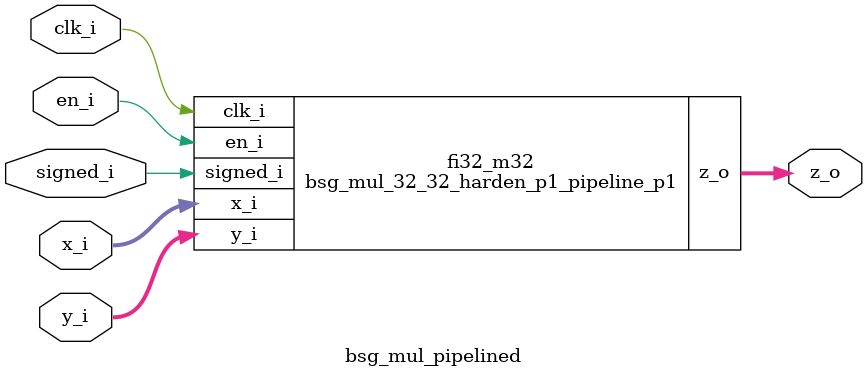
<source format=v>


module top
(
  clk_i,
  en_i,
  x_i,
  y_i,
  signed_i,
  z_o
);

  input [31:0] x_i;
  input [31:0] y_i;
  output [63:0] z_o;
  input clk_i;
  input en_i;
  input signed_i;

  bsg_mul_pipelined
  wrapper
  (
    .x_i(x_i),
    .y_i(y_i),
    .z_o(z_o),
    .clk_i(clk_i),
    .en_i(en_i),
    .signed_i(signed_i)
  );


endmodule



module bsg_mul_SDN_width_p32
(
  x_i,
  signed_i,
  SDN_o
);

  input [31:0] x_i;
  output [50:0] SDN_o;
  input signed_i;
  wire [50:0] SDN_o;
  wire N0,N1,N2,N3,N4,N5,N6,N7,N8,N9,N10,N11,N12,N13,N14,N15,N16,N17,N18,N19,N20,N21,
  N22,N23,N24,N25,N26,N27,N28,N29,N30,N31,N32,N33,N34,N35,N36,N37,N38,N39,N40,N41,
  N42,N43,N44,N45,N46,N47,N48,N49,N50,N51,N52,N53,N54,N55,N56,N57,N58,N59,N60,N61,
  N62,N63,N64,N65,N66,N67,N68,N69,N70,N71,N72,N73,N74,N75,N76,N77,N78,N79,N80,N81,
  N82,N83,N84,N85,N86,N87,N88,N89,N90,N91,N92,N93,N94,N95,N96,N97,N98,N99,N100,N101,
  N102;
  wire [1:0] rof_16__trip;
  assign SDN_o[45] = x_i[31];
  assign SDN_o[42] = x_i[29];
  assign SDN_o[39] = x_i[27];
  assign SDN_o[36] = x_i[25];
  assign SDN_o[33] = x_i[23];
  assign SDN_o[30] = x_i[21];
  assign SDN_o[27] = x_i[19];
  assign SDN_o[24] = x_i[17];
  assign SDN_o[21] = x_i[15];
  assign SDN_o[18] = x_i[13];
  assign SDN_o[15] = x_i[11];
  assign SDN_o[12] = x_i[9];
  assign SDN_o[9] = x_i[7];
  assign SDN_o[6] = x_i[5];
  assign SDN_o[3] = x_i[3];
  assign SDN_o[0] = x_i[1];
  assign SDN_o[1] = N2 | N5;
  assign N2 = N0 & N1;
  assign N0 = x_i[0] & 1'b0;
  assign N1 = ~x_i[1];
  assign N5 = N4 & x_i[1];
  assign N4 = ~N3;
  assign N3 = x_i[0] | 1'b0;
  assign SDN_o[2] = 1'b0 ^ x_i[0];
  assign SDN_o[4] = N8 | N11;
  assign N8 = N6 & N7;
  assign N6 = x_i[2] & x_i[1];
  assign N7 = ~x_i[3];
  assign N11 = N10 & x_i[3];
  assign N10 = ~N9;
  assign N9 = x_i[2] | x_i[1];
  assign SDN_o[5] = x_i[1] ^ x_i[2];
  assign SDN_o[7] = N14 | N17;
  assign N14 = N12 & N13;
  assign N12 = x_i[4] & x_i[3];
  assign N13 = ~x_i[5];
  assign N17 = N16 & x_i[5];
  assign N16 = ~N15;
  assign N15 = x_i[4] | x_i[3];
  assign SDN_o[8] = x_i[3] ^ x_i[4];
  assign SDN_o[10] = N20 | N23;
  assign N20 = N18 & N19;
  assign N18 = x_i[6] & x_i[5];
  assign N19 = ~x_i[7];
  assign N23 = N22 & x_i[7];
  assign N22 = ~N21;
  assign N21 = x_i[6] | x_i[5];
  assign SDN_o[11] = x_i[5] ^ x_i[6];
  assign SDN_o[13] = N26 | N29;
  assign N26 = N24 & N25;
  assign N24 = x_i[8] & x_i[7];
  assign N25 = ~x_i[9];
  assign N29 = N28 & x_i[9];
  assign N28 = ~N27;
  assign N27 = x_i[8] | x_i[7];
  assign SDN_o[14] = x_i[7] ^ x_i[8];
  assign SDN_o[16] = N32 | N35;
  assign N32 = N30 & N31;
  assign N30 = x_i[10] & x_i[9];
  assign N31 = ~x_i[11];
  assign N35 = N34 & x_i[11];
  assign N34 = ~N33;
  assign N33 = x_i[10] | x_i[9];
  assign SDN_o[17] = x_i[9] ^ x_i[10];
  assign SDN_o[19] = N38 | N41;
  assign N38 = N36 & N37;
  assign N36 = x_i[12] & x_i[11];
  assign N37 = ~x_i[13];
  assign N41 = N40 & x_i[13];
  assign N40 = ~N39;
  assign N39 = x_i[12] | x_i[11];
  assign SDN_o[20] = x_i[11] ^ x_i[12];
  assign SDN_o[22] = N44 | N47;
  assign N44 = N42 & N43;
  assign N42 = x_i[14] & x_i[13];
  assign N43 = ~x_i[15];
  assign N47 = N46 & x_i[15];
  assign N46 = ~N45;
  assign N45 = x_i[14] | x_i[13];
  assign SDN_o[23] = x_i[13] ^ x_i[14];
  assign SDN_o[25] = N50 | N53;
  assign N50 = N48 & N49;
  assign N48 = x_i[16] & x_i[15];
  assign N49 = ~x_i[17];
  assign N53 = N52 & x_i[17];
  assign N52 = ~N51;
  assign N51 = x_i[16] | x_i[15];
  assign SDN_o[26] = x_i[15] ^ x_i[16];
  assign SDN_o[28] = N56 | N59;
  assign N56 = N54 & N55;
  assign N54 = x_i[18] & x_i[17];
  assign N55 = ~x_i[19];
  assign N59 = N58 & x_i[19];
  assign N58 = ~N57;
  assign N57 = x_i[18] | x_i[17];
  assign SDN_o[29] = x_i[17] ^ x_i[18];
  assign SDN_o[31] = N62 | N65;
  assign N62 = N60 & N61;
  assign N60 = x_i[20] & x_i[19];
  assign N61 = ~x_i[21];
  assign N65 = N64 & x_i[21];
  assign N64 = ~N63;
  assign N63 = x_i[20] | x_i[19];
  assign SDN_o[32] = x_i[19] ^ x_i[20];
  assign SDN_o[34] = N68 | N71;
  assign N68 = N66 & N67;
  assign N66 = x_i[22] & x_i[21];
  assign N67 = ~x_i[23];
  assign N71 = N70 & x_i[23];
  assign N70 = ~N69;
  assign N69 = x_i[22] | x_i[21];
  assign SDN_o[35] = x_i[21] ^ x_i[22];
  assign SDN_o[37] = N74 | N77;
  assign N74 = N72 & N73;
  assign N72 = x_i[24] & x_i[23];
  assign N73 = ~x_i[25];
  assign N77 = N76 & x_i[25];
  assign N76 = ~N75;
  assign N75 = x_i[24] | x_i[23];
  assign SDN_o[38] = x_i[23] ^ x_i[24];
  assign SDN_o[40] = N80 | N83;
  assign N80 = N78 & N79;
  assign N78 = x_i[26] & x_i[25];
  assign N79 = ~x_i[27];
  assign N83 = N82 & x_i[27];
  assign N82 = ~N81;
  assign N81 = x_i[26] | x_i[25];
  assign SDN_o[41] = x_i[25] ^ x_i[26];
  assign SDN_o[43] = N86 | N89;
  assign N86 = N84 & N85;
  assign N84 = x_i[28] & x_i[27];
  assign N85 = ~x_i[29];
  assign N89 = N88 & x_i[29];
  assign N88 = ~N87;
  assign N87 = x_i[28] | x_i[27];
  assign SDN_o[44] = x_i[27] ^ x_i[28];
  assign SDN_o[46] = N92 | N95;
  assign N92 = N90 & N91;
  assign N90 = x_i[30] & x_i[29];
  assign N91 = ~x_i[31];
  assign N95 = N94 & x_i[31];
  assign N94 = ~N93;
  assign N93 = x_i[30] | x_i[29];
  assign SDN_o[47] = x_i[29] ^ x_i[30];
  assign SDN_o[48] = 1'b0 & N96;
  assign N96 = ~signed_i;
  assign rof_16__trip[1] = 1'b0 & N96;
  assign rof_16__trip[0] = x_i[31] & N96;
  assign SDN_o[49] = N99 | N102;
  assign N99 = N97 & N98;
  assign N97 = rof_16__trip[1] & rof_16__trip[0];
  assign N98 = ~SDN_o[48];
  assign N102 = N101 & SDN_o[48];
  assign N101 = ~N100;
  assign N100 = rof_16__trip[1] | rof_16__trip[0];
  assign SDN_o[50] = rof_16__trip[0] ^ rof_16__trip[1];

endmodule



module bsg_mul_csa
(
  x_i,
  y_i,
  z_i,
  c_o,
  s_o
);

  input x_i;
  input y_i;
  input z_i;
  output c_o;
  output s_o;
  wire c_o,s_o,N0,N1;
  assign { N1, N0 } = x_i + y_i;
  assign { c_o, s_o } = { N1, N0 } + z_i;

endmodule



module bsg_mul_comp42
(
  i,
  cr_i,
  cl_o,
  c_o,
  s_o
);

  input [3:0] i;
  input cr_i;
  output cl_o;
  output c_o;
  output s_o;
  wire cl_o,c_o,s_o,tmp;

  bsg_mul_csa
  csa_1
  (
    .x_i(i[0]),
    .y_i(i[1]),
    .z_i(i[2]),
    .c_o(cl_o),
    .s_o(tmp)
  );


  bsg_mul_csa
  csa_2
  (
    .x_i(i[3]),
    .y_i(tmp),
    .z_i(cr_i),
    .c_o(c_o),
    .s_o(s_o)
  );


endmodule



module bsg_mul_booth_4_block_000002_000000_00000c_000000
(
  SDN_i,
  cr_i,
  y_i,
  cl_o,
  c_o,
  s_o
);

  input [14:0] SDN_i;
  input [7:0] y_i;
  input cr_i;
  output cl_o;
  output c_o;
  output s_o;
  wire cl_o,c_o,s_o,N0,N1,N2;
  wire [0:0] dot_vals;

  bsg_mul_comp42
  c
  (
    .i({ 1'b0, 1'b0, SDN_i[3:3], dot_vals[0:0] }),
    .cr_i(cr_i),
    .cl_o(cl_o),
    .c_o(c_o),
    .s_o(s_o)
  );

  assign dot_vals[0] = N2 ^ SDN_i[3];
  assign N2 = N0 | N1;
  assign N0 = SDN_i[5] & y_i[1];
  assign N1 = SDN_i[4] & y_i[0];

endmodule



module bsg_mul_booth_4_block_000000_000000_00000e_000000
(
  SDN_i,
  cr_i,
  y_i,
  cl_o,
  c_o,
  s_o
);

  input [14:0] SDN_i;
  input [7:0] y_i;
  input cr_i;
  output cl_o;
  output c_o;
  output s_o;
  wire cl_o,c_o,s_o,N0,N1,N2;
  wire [0:0] dot_vals;

  bsg_mul_comp42
  c
  (
    .i({ 1'b0, 1'b0, 1'b0, dot_vals[0:0] }),
    .cr_i(cr_i),
    .cl_o(cl_o),
    .c_o(c_o),
    .s_o(s_o)
  );

  assign dot_vals[0] = N2 ^ SDN_i[3];
  assign N2 = N0 | N1;
  assign N0 = SDN_i[5] & y_i[1];
  assign N1 = SDN_i[4] & y_i[0];

endmodule



module bsg_mul_booth_4_block_000004_000000_000008_000000
(
  SDN_i,
  cr_i,
  y_i,
  cl_o,
  c_o,
  s_o
);

  input [14:0] SDN_i;
  input [7:0] y_i;
  input cr_i;
  output cl_o;
  output c_o;
  output s_o;
  wire cl_o,c_o,s_o,N0,N1,N2,N3,N4,N5;
  wire [1:0] dot_vals;

  bsg_mul_comp42
  c
  (
    .i({ 1'b0, SDN_i[6:6], dot_vals }),
    .cr_i(cr_i),
    .cl_o(cl_o),
    .c_o(c_o),
    .s_o(s_o)
  );

  assign dot_vals[0] = N2 ^ SDN_i[3];
  assign N2 = N0 | N1;
  assign N0 = SDN_i[5] & y_i[1];
  assign N1 = SDN_i[4] & y_i[0];
  assign dot_vals[1] = N5 ^ SDN_i[6];
  assign N5 = N3 | N4;
  assign N3 = SDN_i[8] & y_i[3];
  assign N4 = SDN_i[7] & y_i[2];

endmodule



module bsg_mul_booth_4_block_000000_000000_00000c_000000
(
  SDN_i,
  cr_i,
  y_i,
  cl_o,
  c_o,
  s_o
);

  input [14:0] SDN_i;
  input [7:0] y_i;
  input cr_i;
  output cl_o;
  output c_o;
  output s_o;
  wire cl_o,c_o,s_o,N0,N1,N2,N3,N4,N5;
  wire [1:0] dot_vals;

  bsg_mul_comp42
  c
  (
    .i({ 1'b0, 1'b0, dot_vals }),
    .cr_i(cr_i),
    .cl_o(cl_o),
    .c_o(c_o),
    .s_o(s_o)
  );

  assign dot_vals[0] = N2 ^ SDN_i[3];
  assign N2 = N0 | N1;
  assign N0 = SDN_i[5] & y_i[1];
  assign N1 = SDN_i[4] & y_i[0];
  assign dot_vals[1] = N5 ^ SDN_i[6];
  assign N5 = N3 | N4;
  assign N3 = SDN_i[8] & y_i[3];
  assign N4 = SDN_i[7] & y_i[2];

endmodule



module bsg_mul_booth_4_block_000008_000000_000000_000000
(
  SDN_i,
  cr_i,
  y_i,
  cl_o,
  c_o,
  s_o
);

  input [14:0] SDN_i;
  input [7:0] y_i;
  input cr_i;
  output cl_o;
  output c_o;
  output s_o;
  wire cl_o,c_o,s_o,N0,N1,N2,N3,N4,N5,N6,N7,N8;
  wire [2:0] dot_vals;

  bsg_mul_comp42
  c
  (
    .i({ SDN_i[9:9], dot_vals }),
    .cr_i(cr_i),
    .cl_o(cl_o),
    .c_o(c_o),
    .s_o(s_o)
  );

  assign dot_vals[0] = N2 ^ SDN_i[3];
  assign N2 = N0 | N1;
  assign N0 = SDN_i[5] & y_i[1];
  assign N1 = SDN_i[4] & y_i[0];
  assign dot_vals[1] = N5 ^ SDN_i[6];
  assign N5 = N3 | N4;
  assign N3 = SDN_i[8] & y_i[3];
  assign N4 = SDN_i[7] & y_i[2];
  assign dot_vals[2] = N8 ^ SDN_i[9];
  assign N8 = N6 | N7;
  assign N6 = SDN_i[11] & y_i[5];
  assign N7 = SDN_i[10] & y_i[4];

endmodule



module bsg_mul_booth_4_block_000000_000000_000008_000000
(
  SDN_i,
  cr_i,
  y_i,
  cl_o,
  c_o,
  s_o
);

  input [14:0] SDN_i;
  input [7:0] y_i;
  input cr_i;
  output cl_o;
  output c_o;
  output s_o;
  wire cl_o,c_o,s_o,N0,N1,N2,N3,N4,N5,N6,N7,N8;
  wire [2:0] dot_vals;

  bsg_mul_comp42
  c
  (
    .i({ 1'b0, dot_vals }),
    .cr_i(cr_i),
    .cl_o(cl_o),
    .c_o(c_o),
    .s_o(s_o)
  );

  assign dot_vals[0] = N2 ^ SDN_i[3];
  assign N2 = N0 | N1;
  assign N0 = SDN_i[5] & y_i[1];
  assign N1 = SDN_i[4] & y_i[0];
  assign dot_vals[1] = N5 ^ SDN_i[6];
  assign N5 = N3 | N4;
  assign N3 = SDN_i[8] & y_i[3];
  assign N4 = SDN_i[7] & y_i[2];
  assign dot_vals[2] = N8 ^ SDN_i[9];
  assign N8 = N6 | N7;
  assign N6 = SDN_i[11] & y_i[5];
  assign N7 = SDN_i[10] & y_i[4];

endmodule



module bsg_mul_booth_4_block_rep_00000006_080402_000000_80c8ec_000000
(
  SDN_i,
  cr_i,
  y_vec_i,
  cl_o,
  c_o,
  s_o
);

  input [14:0] SDN_i;
  input [47:0] y_vec_i;
  output [5:0] c_o;
  output [5:0] s_o;
  input cr_i;
  output cl_o;
  wire [5:0] c_o,s_o;
  wire cl_o;
  wire [5:1] ci_local;

  bsg_mul_booth_4_block_000002_000000_00000c_000000
  rof_0__b4b
  (
    .SDN_i(SDN_i),
    .cr_i(cr_i),
    .y_i(y_vec_i[7:0]),
    .cl_o(ci_local[1]),
    .c_o(c_o[0]),
    .s_o(s_o[0])
  );


  bsg_mul_booth_4_block_000000_000000_00000e_000000
  rof_1__b4b
  (
    .SDN_i(SDN_i),
    .cr_i(ci_local[1]),
    .y_i(y_vec_i[15:8]),
    .cl_o(ci_local[2]),
    .c_o(c_o[1]),
    .s_o(s_o[1])
  );


  bsg_mul_booth_4_block_000004_000000_000008_000000
  rof_2__b4b
  (
    .SDN_i(SDN_i),
    .cr_i(ci_local[2]),
    .y_i(y_vec_i[23:16]),
    .cl_o(ci_local[3]),
    .c_o(c_o[2]),
    .s_o(s_o[2])
  );


  bsg_mul_booth_4_block_000000_000000_00000c_000000
  rof_3__b4b
  (
    .SDN_i(SDN_i),
    .cr_i(ci_local[3]),
    .y_i(y_vec_i[31:24]),
    .cl_o(ci_local[4]),
    .c_o(c_o[3]),
    .s_o(s_o[3])
  );


  bsg_mul_booth_4_block_000008_000000_000000_000000
  rof_4__b4b
  (
    .SDN_i(SDN_i),
    .cr_i(ci_local[4]),
    .y_i(y_vec_i[39:32]),
    .cl_o(ci_local[5]),
    .c_o(c_o[4]),
    .s_o(s_o[4])
  );


  bsg_mul_booth_4_block_000000_000000_000008_000000
  rof_5__b4b
  (
    .SDN_i(SDN_i),
    .cr_i(ci_local[5]),
    .y_i(y_vec_i[47:40]),
    .cl_o(cl_o),
    .c_o(c_o[5]),
    .s_o(s_o[5])
  );


endmodule



module bsg_mul_B4B_rep_00000006_00000000000000_32_080402_000000_80c8ec_000000_1
(
  SDN_i,
  cr_i,
  y_i,
  signed_i,
  cl_o,
  c_o,
  s_o
);

  input [14:0] SDN_i;
  input [31:0] y_i;
  output [5:0] c_o;
  output [5:0] s_o;
  input cr_i;
  input signed_i;
  output cl_o;
  wire [5:0] c_o,s_o;
  wire cl_o;

  bsg_mul_booth_4_block_rep_00000006_080402_000000_80c8ec_000000
  bb4bh
  (
    .SDN_i(SDN_i),
    .cr_i(cr_i),
    .y_vec_i({ 1'b0, 1'b0, y_i[1:0], y_i[3:2], y_i[5:4], 1'b0, 1'b0, y_i[0:0], 1'b0, y_i[2:1], y_i[4:3], 1'b0, 1'b0, 1'b0, 1'b0, y_i[1:0], y_i[3:2], 1'b0, 1'b0, 1'b0, 1'b0, y_i[0:0], 1'b0, y_i[2:1], 1'b0, 1'b0, 1'b0, 1'b0, 1'b0, 1'b0, y_i[1:0], 1'b0, 1'b0, 1'b0, 1'b0, 1'b0, 1'b0, y_i[0:0], 1'b0 }),
    .cl_o(cl_o),
    .c_o(c_o),
    .s_o(s_o)
  );


endmodule



module bsg_mul_booth_4_block_00000000_00000000_00000000_00000000
(
  SDN_i,
  cr_i,
  y_i,
  cl_o,
  c_o,
  s_o
);

  input [14:0] SDN_i;
  input [7:0] y_i;
  input cr_i;
  output cl_o;
  output c_o;
  output s_o;
  wire cl_o,c_o,s_o,N0,N1,N2,N3,N4,N5,N6,N7,N8,N9,N10,N11;
  wire [3:0] dot_vals;

  bsg_mul_comp42
  c
  (
    .i(dot_vals),
    .cr_i(cr_i),
    .cl_o(cl_o),
    .c_o(c_o),
    .s_o(s_o)
  );

  assign dot_vals[0] = N2 ^ SDN_i[3];
  assign N2 = N0 | N1;
  assign N0 = SDN_i[5] & y_i[1];
  assign N1 = SDN_i[4] & y_i[0];
  assign dot_vals[1] = N5 ^ SDN_i[6];
  assign N5 = N3 | N4;
  assign N3 = SDN_i[8] & y_i[3];
  assign N4 = SDN_i[7] & y_i[2];
  assign dot_vals[2] = N8 ^ SDN_i[9];
  assign N8 = N6 | N7;
  assign N6 = SDN_i[11] & y_i[5];
  assign N7 = SDN_i[10] & y_i[4];
  assign dot_vals[3] = N11 ^ SDN_i[12];
  assign N11 = N9 | N10;
  assign N9 = SDN_i[14] & y_i[7];
  assign N10 = SDN_i[13] & y_i[6];

endmodule



module bsg_mul_booth_4_block_rep_00000008_00000000_00000000_00000000_00000000
(
  SDN_i,
  cr_i,
  y_vec_i,
  cl_o,
  c_o,
  s_o
);

  input [14:0] SDN_i;
  input [63:0] y_vec_i;
  output [7:0] c_o;
  output [7:0] s_o;
  input cr_i;
  output cl_o;
  wire [7:0] c_o,s_o;
  wire cl_o;
  wire [7:1] ci_local;

  bsg_mul_booth_4_block_00000000_00000000_00000000_00000000
  rof_0__b4b
  (
    .SDN_i(SDN_i),
    .cr_i(cr_i),
    .y_i(y_vec_i[7:0]),
    .cl_o(ci_local[1]),
    .c_o(c_o[0]),
    .s_o(s_o[0])
  );


  bsg_mul_booth_4_block_00000000_00000000_00000000_00000000
  rof_1__b4b
  (
    .SDN_i(SDN_i),
    .cr_i(ci_local[1]),
    .y_i(y_vec_i[15:8]),
    .cl_o(ci_local[2]),
    .c_o(c_o[1]),
    .s_o(s_o[1])
  );


  bsg_mul_booth_4_block_00000000_00000000_00000000_00000000
  rof_2__b4b
  (
    .SDN_i(SDN_i),
    .cr_i(ci_local[2]),
    .y_i(y_vec_i[23:16]),
    .cl_o(ci_local[3]),
    .c_o(c_o[2]),
    .s_o(s_o[2])
  );


  bsg_mul_booth_4_block_00000000_00000000_00000000_00000000
  rof_3__b4b
  (
    .SDN_i(SDN_i),
    .cr_i(ci_local[3]),
    .y_i(y_vec_i[31:24]),
    .cl_o(ci_local[4]),
    .c_o(c_o[3]),
    .s_o(s_o[3])
  );


  bsg_mul_booth_4_block_00000000_00000000_00000000_00000000
  rof_4__b4b
  (
    .SDN_i(SDN_i),
    .cr_i(ci_local[4]),
    .y_i(y_vec_i[39:32]),
    .cl_o(ci_local[5]),
    .c_o(c_o[4]),
    .s_o(s_o[4])
  );


  bsg_mul_booth_4_block_00000000_00000000_00000000_00000000
  rof_5__b4b
  (
    .SDN_i(SDN_i),
    .cr_i(ci_local[5]),
    .y_i(y_vec_i[47:40]),
    .cl_o(ci_local[6]),
    .c_o(c_o[5]),
    .s_o(s_o[5])
  );


  bsg_mul_booth_4_block_00000000_00000000_00000000_00000000
  rof_6__b4b
  (
    .SDN_i(SDN_i),
    .cr_i(ci_local[6]),
    .y_i(y_vec_i[55:48]),
    .cl_o(ci_local[7]),
    .c_o(c_o[6]),
    .s_o(s_o[6])
  );


  bsg_mul_booth_4_block_00000000_00000000_00000000_00000000
  rof_7__b4b
  (
    .SDN_i(SDN_i),
    .cr_i(ci_local[7]),
    .y_i(y_vec_i[63:56]),
    .cl_o(cl_o),
    .c_o(c_o[7]),
    .s_o(s_o[7])
  );


endmodule



module bsg_mul_B4B_rep_00000008_00000000000006_32_00000000_00000000_00000000_00000000_1
(
  SDN_i,
  cr_i,
  y_i,
  signed_i,
  cl_o,
  c_o,
  s_o
);

  input [14:0] SDN_i;
  input [31:0] y_i;
  output [7:0] c_o;
  output [7:0] s_o;
  input cr_i;
  input signed_i;
  output cl_o;
  wire [7:0] c_o,s_o;
  wire cl_o;

  bsg_mul_booth_4_block_rep_00000008_00000000_00000000_00000000_00000000
  bb4bh
  (
    .SDN_i(SDN_i),
    .cr_i(cr_i),
    .y_vec_i({ y_i[7:6], y_i[9:8], y_i[11:10], y_i[13:12], y_i[6:5], y_i[8:7], y_i[10:9], y_i[12:11], y_i[5:4], y_i[7:6], y_i[9:8], y_i[11:10], y_i[4:3], y_i[6:5], y_i[8:7], y_i[10:9], y_i[3:2], y_i[5:4], y_i[7:6], y_i[9:8], y_i[2:1], y_i[4:3], y_i[6:5], y_i[8:7], y_i[1:0], y_i[3:2], y_i[5:4], y_i[7:6], y_i[0:0], 1'b0, y_i[2:1], y_i[4:3], y_i[6:5] }),
    .cl_o(cl_o),
    .c_o(c_o),
    .s_o(s_o)
  );


endmodule



module bsg_mul_B4B_rep_00000008_0000000000000e_32_00000000_00000000_00000000_00000000_1
(
  SDN_i,
  cr_i,
  y_i,
  signed_i,
  cl_o,
  c_o,
  s_o
);

  input [14:0] SDN_i;
  input [31:0] y_i;
  output [7:0] c_o;
  output [7:0] s_o;
  input cr_i;
  input signed_i;
  output cl_o;
  wire [7:0] c_o,s_o;
  wire cl_o;

  bsg_mul_booth_4_block_rep_00000008_00000000_00000000_00000000_00000000
  bb4bh
  (
    .SDN_i(SDN_i),
    .cr_i(cr_i),
    .y_vec_i({ y_i[15:14], y_i[17:16], y_i[19:18], y_i[21:20], y_i[14:13], y_i[16:15], y_i[18:17], y_i[20:19], y_i[13:12], y_i[15:14], y_i[17:16], y_i[19:18], y_i[12:11], y_i[14:13], y_i[16:15], y_i[18:17], y_i[11:10], y_i[13:12], y_i[15:14], y_i[17:16], y_i[10:9], y_i[12:11], y_i[14:13], y_i[16:15], y_i[9:8], y_i[11:10], y_i[13:12], y_i[15:14], y_i[8:7], y_i[10:9], y_i[12:11], y_i[14:13] }),
    .cl_o(cl_o),
    .c_o(c_o),
    .s_o(s_o)
  );


endmodule



module bsg_mul_B4B_rep_00000008_00000000000016_32_00000000_00000000_00000000_00000000_1
(
  SDN_i,
  cr_i,
  y_i,
  signed_i,
  cl_o,
  c_o,
  s_o
);

  input [14:0] SDN_i;
  input [31:0] y_i;
  output [7:0] c_o;
  output [7:0] s_o;
  input cr_i;
  input signed_i;
  output cl_o;
  wire [7:0] c_o,s_o;
  wire cl_o;

  bsg_mul_booth_4_block_rep_00000008_00000000_00000000_00000000_00000000
  bb4bh
  (
    .SDN_i(SDN_i),
    .cr_i(cr_i),
    .y_vec_i({ y_i[23:22], y_i[25:24], y_i[27:26], y_i[29:28], y_i[22:21], y_i[24:23], y_i[26:25], y_i[28:27], y_i[21:20], y_i[23:22], y_i[25:24], y_i[27:26], y_i[20:19], y_i[22:21], y_i[24:23], y_i[26:25], y_i[19:18], y_i[21:20], y_i[23:22], y_i[25:24], y_i[18:17], y_i[20:19], y_i[22:21], y_i[24:23], y_i[17:16], y_i[19:18], y_i[21:20], y_i[23:22], y_i[16:15], y_i[18:17], y_i[20:19], y_i[22:21] }),
    .cl_o(cl_o),
    .c_o(c_o),
    .s_o(s_o)
  );


endmodule



module bsg_mul_booth_4_block_00000_00000_00000_00000
(
  SDN_i,
  cr_i,
  y_i,
  cl_o,
  c_o,
  s_o
);

  input [14:0] SDN_i;
  input [7:0] y_i;
  input cr_i;
  output cl_o;
  output c_o;
  output s_o;
  wire cl_o,c_o,s_o,N0,N1,N2,N3,N4,N5,N6,N7,N8,N9,N10,N11;
  wire [3:0] dot_vals;

  bsg_mul_comp42
  c
  (
    .i(dot_vals),
    .cr_i(cr_i),
    .cl_o(cl_o),
    .c_o(c_o),
    .s_o(s_o)
  );

  assign dot_vals[0] = N2 ^ SDN_i[3];
  assign N2 = N0 | N1;
  assign N0 = SDN_i[5] & y_i[1];
  assign N1 = SDN_i[4] & y_i[0];
  assign dot_vals[1] = N5 ^ SDN_i[6];
  assign N5 = N3 | N4;
  assign N3 = SDN_i[8] & y_i[3];
  assign N4 = SDN_i[7] & y_i[2];
  assign dot_vals[2] = N8 ^ SDN_i[9];
  assign N8 = N6 | N7;
  assign N6 = SDN_i[11] & y_i[5];
  assign N7 = SDN_i[10] & y_i[4];
  assign dot_vals[3] = N11 ^ SDN_i[12];
  assign N11 = N9 | N10;
  assign N9 = SDN_i[14] & y_i[7];
  assign N10 = SDN_i[13] & y_i[6];

endmodule



module bsg_mul_booth_4_block_rep_00000005_00000_00000_00000_00000
(
  SDN_i,
  cr_i,
  y_vec_i,
  cl_o,
  c_o,
  s_o
);

  input [14:0] SDN_i;
  input [39:0] y_vec_i;
  output [4:0] c_o;
  output [4:0] s_o;
  input cr_i;
  output cl_o;
  wire [4:0] c_o,s_o;
  wire cl_o;
  wire [4:1] ci_local;

  bsg_mul_booth_4_block_00000_00000_00000_00000
  rof_0__b4b
  (
    .SDN_i(SDN_i),
    .cr_i(cr_i),
    .y_i(y_vec_i[7:0]),
    .cl_o(ci_local[1]),
    .c_o(c_o[0]),
    .s_o(s_o[0])
  );


  bsg_mul_booth_4_block_00000_00000_00000_00000
  rof_1__b4b
  (
    .SDN_i(SDN_i),
    .cr_i(ci_local[1]),
    .y_i(y_vec_i[15:8]),
    .cl_o(ci_local[2]),
    .c_o(c_o[1]),
    .s_o(s_o[1])
  );


  bsg_mul_booth_4_block_00000_00000_00000_00000
  rof_2__b4b
  (
    .SDN_i(SDN_i),
    .cr_i(ci_local[2]),
    .y_i(y_vec_i[23:16]),
    .cl_o(ci_local[3]),
    .c_o(c_o[2]),
    .s_o(s_o[2])
  );


  bsg_mul_booth_4_block_00000_00000_00000_00000
  rof_3__b4b
  (
    .SDN_i(SDN_i),
    .cr_i(ci_local[3]),
    .y_i(y_vec_i[31:24]),
    .cl_o(ci_local[4]),
    .c_o(c_o[3]),
    .s_o(s_o[3])
  );


  bsg_mul_booth_4_block_00000_00000_00000_00000
  rof_4__b4b
  (
    .SDN_i(SDN_i),
    .cr_i(ci_local[4]),
    .y_i(y_vec_i[39:32]),
    .cl_o(cl_o),
    .c_o(c_o[4]),
    .s_o(s_o[4])
  );


endmodule



module bsg_mul_B4B_rep_00000005_0000000000001e_32_00000_00000_00000_00000_1
(
  SDN_i,
  cr_i,
  y_i,
  signed_i,
  cl_o,
  c_o,
  s_o
);

  input [14:0] SDN_i;
  input [31:0] y_i;
  output [4:0] c_o;
  output [4:0] s_o;
  input cr_i;
  input signed_i;
  output cl_o;
  wire [4:0] c_o,s_o;
  wire cl_o;
  wire [43:41] y_pad;

  bsg_mul_booth_4_block_rep_00000005_00000_00000_00000_00000
  bb4bh
  (
    .SDN_i(SDN_i),
    .cr_i(cr_i),
    .y_vec_i({ y_i[28:27], y_i[30:29], y_pad[41:41], y_i[31:31], y_pad[43:42], y_i[27:26], y_i[29:28], y_i[31:30], y_pad[42:41], y_i[26:25], y_i[28:27], y_i[30:29], y_pad[41:41], y_i[31:31], y_i[25:24], y_i[27:26], y_i[29:28], y_i[31:30], y_i[24:23], y_i[26:25], y_i[28:27], y_i[30:29] }),
    .cl_o(cl_o),
    .c_o(c_o),
    .s_o(s_o)
  );

  assign y_pad[43] = y_i[31] & signed_i;
  assign y_pad[42] = y_i[31] & signed_i;
  assign y_pad[41] = y_i[31] & signed_i;

endmodule



module bsg_mul_booth_4_block_000000_000003_000000_000000
(
  SDN_i,
  cr_i,
  y_i,
  cl_o,
  c_o,
  s_o
);

  input [14:0] SDN_i;
  input [7:0] y_i;
  input cr_i;
  output cl_o;
  output c_o;
  output s_o;
  wire cl_o,c_o,s_o,N0,N1,N2,N3,N4,N5,N6,N7,N8,N9,N10,N11,N12,N13;
  wire [3:0] dot_vals;

  bsg_mul_comp42
  c
  (
    .i(dot_vals),
    .cr_i(cr_i),
    .cl_o(cl_o),
    .c_o(c_o),
    .s_o(s_o)
  );

  assign N0 = N4 ^ SDN_i[3];
  assign N4 = N2 | N3;
  assign N2 = SDN_i[5] & y_i[1];
  assign N3 = SDN_i[4] & y_i[0];
  assign dot_vals[0] = ~N0;
  assign N1 = N7 ^ SDN_i[6];
  assign N7 = N5 | N6;
  assign N5 = SDN_i[8] & y_i[3];
  assign N6 = SDN_i[7] & y_i[2];
  assign dot_vals[1] = ~N1;
  assign dot_vals[2] = N10 ^ SDN_i[9];
  assign N10 = N8 | N9;
  assign N8 = SDN_i[11] & y_i[5];
  assign N9 = SDN_i[10] & y_i[4];
  assign dot_vals[3] = N13 ^ SDN_i[12];
  assign N13 = N11 | N12;
  assign N11 = SDN_i[14] & y_i[7];
  assign N12 = SDN_i[13] & y_i[6];

endmodule



module bsg_mul_booth_4_block_000000_000000_000001_000002
(
  SDN_i,
  cr_i,
  y_i,
  cl_o,
  c_o,
  s_o
);

  input [14:0] SDN_i;
  input [7:0] y_i;
  input cr_i;
  output cl_o;
  output c_o;
  output s_o;
  wire cl_o,c_o,s_o,N0,N1,N2,N3,N4,N5;
  wire [3:2] dot_vals;

  bsg_mul_comp42
  c
  (
    .i({ dot_vals, 1'b1, 1'b0 }),
    .cr_i(cr_i),
    .cl_o(cl_o),
    .c_o(c_o),
    .s_o(s_o)
  );

  assign dot_vals[2] = N2 ^ SDN_i[9];
  assign N2 = N0 | N1;
  assign N0 = SDN_i[11] & y_i[5];
  assign N1 = SDN_i[10] & y_i[4];
  assign dot_vals[3] = N5 ^ SDN_i[12];
  assign N5 = N3 | N4;
  assign N3 = SDN_i[14] & y_i[7];
  assign N4 = SDN_i[13] & y_i[6];

endmodule



module bsg_mul_booth_4_block_000000_000004_000003_000000
(
  SDN_i,
  cr_i,
  y_i,
  cl_o,
  c_o,
  s_o
);

  input [14:0] SDN_i;
  input [7:0] y_i;
  input cr_i;
  output cl_o;
  output c_o;
  output s_o;
  wire cl_o,c_o,s_o,N0,N1,N2,N3,N4,N5,N6;
  wire [3:2] dot_vals;

  bsg_mul_comp42
  c
  (
    .i({ dot_vals, 1'b0, 1'b0 }),
    .cr_i(cr_i),
    .cl_o(cl_o),
    .c_o(c_o),
    .s_o(s_o)
  );

  assign N0 = N3 ^ SDN_i[9];
  assign N3 = N1 | N2;
  assign N1 = SDN_i[11] & y_i[5];
  assign N2 = SDN_i[10] & y_i[4];
  assign dot_vals[2] = ~N0;
  assign dot_vals[3] = N6 ^ SDN_i[12];
  assign N6 = N4 | N5;
  assign N4 = SDN_i[14] & y_i[7];
  assign N5 = SDN_i[13] & y_i[6];

endmodule



module bsg_mul_booth_4_block_000000_000000_000003_000004
(
  SDN_i,
  cr_i,
  y_i,
  cl_o,
  c_o,
  s_o
);

  input [14:0] SDN_i;
  input [7:0] y_i;
  input cr_i;
  output cl_o;
  output c_o;
  output s_o;
  wire cl_o,c_o,s_o,N0,N1,N2;
  wire [3:3] dot_vals;

  bsg_mul_comp42
  c
  (
    .i({ dot_vals[3:3], 1'b1, 1'b0, 1'b0 }),
    .cr_i(cr_i),
    .cl_o(cl_o),
    .c_o(c_o),
    .s_o(s_o)
  );

  assign dot_vals[3] = N2 ^ SDN_i[12];
  assign N2 = N0 | N1;
  assign N0 = SDN_i[14] & y_i[7];
  assign N1 = SDN_i[13] & y_i[6];

endmodule



module bsg_mul_booth_4_block_000000_000008_000007_000000
(
  SDN_i,
  cr_i,
  y_i,
  cl_o,
  c_o,
  s_o
);

  input [14:0] SDN_i;
  input [7:0] y_i;
  input cr_i;
  output cl_o;
  output c_o;
  output s_o;
  wire cl_o,c_o,s_o,N0,N1,N2,N3;
  wire [3:3] dot_vals;

  bsg_mul_comp42
  c
  (
    .i({ dot_vals[3:3], 1'b0, 1'b0, 1'b0 }),
    .cr_i(cr_i),
    .cl_o(cl_o),
    .c_o(c_o),
    .s_o(s_o)
  );

  assign N0 = N3 ^ SDN_i[12];
  assign N3 = N1 | N2;
  assign N1 = SDN_i[14] & y_i[7];
  assign N2 = SDN_i[13] & y_i[6];
  assign dot_vals[3] = ~N0;

endmodule



module bsg_mul_booth_4_block_000000_000000_000007_000008
(
  SDN_i,
  cr_i,
  y_i,
  cl_o,
  c_o,
  s_o
);

  input [14:0] SDN_i;
  input [7:0] y_i;
  input cr_i;
  output cl_o;
  output c_o;
  output s_o;
  wire cl_o,c_o,s_o;

  bsg_mul_comp42
  c
  (
    .i({ 1'b1, 1'b0, 1'b0, 1'b0 }),
    .cr_i(cr_i),
    .cl_o(cl_o),
    .c_o(c_o),
    .s_o(s_o)
  );


endmodule



module bsg_mul_booth_4_block_rep_00000006_000000_080403_773310_804020
(
  SDN_i,
  cr_i,
  y_vec_i,
  cl_o,
  c_o,
  s_o
);

  input [14:0] SDN_i;
  input [47:0] y_vec_i;
  output [5:0] c_o;
  output [5:0] s_o;
  input cr_i;
  output cl_o;
  wire [5:0] c_o,s_o;
  wire cl_o;
  wire [5:1] ci_local;

  bsg_mul_booth_4_block_000000_000003_000000_000000
  rof_0__b4b
  (
    .SDN_i(SDN_i),
    .cr_i(cr_i),
    .y_i(y_vec_i[7:0]),
    .cl_o(ci_local[1]),
    .c_o(c_o[0]),
    .s_o(s_o[0])
  );


  bsg_mul_booth_4_block_000000_000000_000001_000002
  rof_1__b4b
  (
    .SDN_i(SDN_i),
    .cr_i(ci_local[1]),
    .y_i(y_vec_i[15:8]),
    .cl_o(ci_local[2]),
    .c_o(c_o[1]),
    .s_o(s_o[1])
  );


  bsg_mul_booth_4_block_000000_000004_000003_000000
  rof_2__b4b
  (
    .SDN_i(SDN_i),
    .cr_i(ci_local[2]),
    .y_i(y_vec_i[23:16]),
    .cl_o(ci_local[3]),
    .c_o(c_o[2]),
    .s_o(s_o[2])
  );


  bsg_mul_booth_4_block_000000_000000_000003_000004
  rof_3__b4b
  (
    .SDN_i(SDN_i),
    .cr_i(ci_local[3]),
    .y_i(y_vec_i[31:24]),
    .cl_o(ci_local[4]),
    .c_o(c_o[3]),
    .s_o(s_o[3])
  );


  bsg_mul_booth_4_block_000000_000008_000007_000000
  rof_4__b4b
  (
    .SDN_i(SDN_i),
    .cr_i(ci_local[4]),
    .y_i(y_vec_i[39:32]),
    .cl_o(ci_local[5]),
    .c_o(c_o[4]),
    .s_o(s_o[4])
  );


  bsg_mul_booth_4_block_000000_000000_000007_000008
  rof_5__b4b
  (
    .SDN_i(SDN_i),
    .cr_i(ci_local[5]),
    .y_i(y_vec_i[47:40]),
    .cl_o(cl_o),
    .c_o(c_o[5]),
    .s_o(s_o[5])
  );


endmodule



module bsg_mul_B4B_rep_00000006_00000000000023_32_000000_080403_773310_804020_1
(
  SDN_i,
  cr_i,
  y_i,
  signed_i,
  cl_o,
  c_o,
  s_o
);

  input [14:0] SDN_i;
  input [31:0] y_i;
  output [5:0] c_o;
  output [5:0] s_o;
  input cr_i;
  input signed_i;
  output cl_o;
  wire [5:0] c_o,s_o;
  wire cl_o;
  wire [48:41] y_pad;

  bsg_mul_booth_4_block_rep_00000006_000000_080403_773310_804020
  bb4bh
  (
    .SDN_i(SDN_i),
    .cr_i(cr_i),
    .y_vec_i({ y_pad[43:42], y_pad[45:44], y_pad[47:46], 1'b0, y_pad[48:48], y_pad[42:41], y_pad[44:43], y_pad[46:45], y_pad[48:47], y_pad[41:41], y_i[31:31], y_pad[43:42], y_pad[45:44], y_pad[47:46], y_i[31:30], y_pad[42:41], y_pad[44:43], y_pad[46:45], y_i[30:29], y_pad[41:41], y_i[31:31], y_pad[43:42], y_pad[45:44], y_i[29:28], y_i[31:30], y_pad[42:41], y_pad[44:43] }),
    .cl_o(cl_o),
    .c_o(c_o),
    .s_o(s_o)
  );

  assign y_pad[48] = y_i[31] & signed_i;
  assign y_pad[47] = y_i[31] & signed_i;
  assign y_pad[46] = y_i[31] & signed_i;
  assign y_pad[45] = y_i[31] & signed_i;
  assign y_pad[44] = y_i[31] & signed_i;
  assign y_pad[43] = y_i[31] & signed_i;
  assign y_pad[42] = y_i[31] & signed_i;
  assign y_pad[41] = y_i[31] & signed_i;

endmodule



module bsg_mul_B4B_rep_rep_6_41_29231e160e0600_0_32_1
(
  SDN_i,
  cr_i,
  y_i,
  signed_i,
  cl_o,
  c_o,
  s_o
);

  input [14:0] SDN_i;
  input [31:0] y_i;
  output [40:0] c_o;
  output [40:0] s_o;
  input cr_i;
  input signed_i;
  output cl_o;
  wire [40:0] c_o,s_o;
  wire cl_o;
  wire [5:1] carries;

  bsg_mul_B4B_rep_00000006_00000000000000_32_080402_000000_80c8ec_000000_1
  rof_0__br
  (
    .SDN_i(SDN_i),
    .cr_i(cr_i),
    .y_i(y_i),
    .signed_i(signed_i),
    .cl_o(carries[1]),
    .c_o(c_o[5:0]),
    .s_o(s_o[5:0])
  );


  bsg_mul_B4B_rep_00000008_00000000000006_32_00000000_00000000_00000000_00000000_1
  rof_1__br
  (
    .SDN_i(SDN_i),
    .cr_i(carries[1]),
    .y_i(y_i),
    .signed_i(signed_i),
    .cl_o(carries[2]),
    .c_o(c_o[13:6]),
    .s_o(s_o[13:6])
  );


  bsg_mul_B4B_rep_00000008_0000000000000e_32_00000000_00000000_00000000_00000000_1
  rof_2__br
  (
    .SDN_i(SDN_i),
    .cr_i(carries[2]),
    .y_i(y_i),
    .signed_i(signed_i),
    .cl_o(carries[3]),
    .c_o(c_o[21:14]),
    .s_o(s_o[21:14])
  );


  bsg_mul_B4B_rep_00000008_00000000000016_32_00000000_00000000_00000000_00000000_1
  rof_3__br
  (
    .SDN_i(SDN_i),
    .cr_i(carries[3]),
    .y_i(y_i),
    .signed_i(signed_i),
    .cl_o(carries[4]),
    .c_o(c_o[29:22]),
    .s_o(s_o[29:22])
  );


  bsg_mul_B4B_rep_00000005_0000000000001e_32_00000_00000_00000_00000_1
  rof_4__br
  (
    .SDN_i(SDN_i),
    .cr_i(carries[4]),
    .y_i(y_i),
    .signed_i(signed_i),
    .cl_o(carries[5]),
    .c_o(c_o[34:30]),
    .s_o(s_o[34:30])
  );


  bsg_mul_B4B_rep_00000006_00000000000023_32_000000_080403_773310_804020_1
  rof_5__br
  (
    .SDN_i(SDN_i),
    .cr_i(carries[5]),
    .y_i(y_i),
    .signed_i(signed_i),
    .cl_o(cl_o),
    .c_o(c_o[40:35]),
    .s_o(s_o[40:35])
  );


endmodule



module bsg_and_00000006_1
(
  a_i,
  b_i,
  o
);

  input [5:0] a_i;
  input [5:0] b_i;
  output [5:0] o;
  wire [5:0] o;
  assign o[5] = a_i[5] & b_i[5];
  assign o[4] = a_i[4] & b_i[4];
  assign o[3] = a_i[3] & b_i[3];
  assign o[2] = a_i[2] & b_i[2];
  assign o[1] = a_i[1] & b_i[1];
  assign o[0] = a_i[0] & b_i[0];

endmodule



module bsg_and_00000008_1
(
  a_i,
  b_i,
  o
);

  input [7:0] a_i;
  input [7:0] b_i;
  output [7:0] o;
  wire [7:0] o;
  assign o[7] = a_i[7] & b_i[7];
  assign o[6] = a_i[6] & b_i[6];
  assign o[5] = a_i[5] & b_i[5];
  assign o[4] = a_i[4] & b_i[4];
  assign o[3] = a_i[3] & b_i[3];
  assign o[2] = a_i[2] & b_i[2];
  assign o[1] = a_i[1] & b_i[1];
  assign o[0] = a_i[0] & b_i[0];

endmodule



module bsg_and_00000007_1
(
  a_i,
  b_i,
  o
);

  input [6:0] a_i;
  input [6:0] b_i;
  output [6:0] o;
  wire [6:0] o;
  assign o[6] = a_i[6] & b_i[6];
  assign o[5] = a_i[5] & b_i[5];
  assign o[4] = a_i[4] & b_i[4];
  assign o[3] = a_i[3] & b_i[3];
  assign o[2] = a_i[2] & b_i[2];
  assign o[1] = a_i[1] & b_i[1];
  assign o[0] = a_i[0] & b_i[0];

endmodule



module bsg_mul_green_booth_dots_32_1_5_221b130b0500
(
  SDN_i,
  y_i,
  dot_o
);

  input [5:0] SDN_i;
  input [31:0] y_i;
  output [33:0] dot_o;
  wire [33:0] dot_o;
  assign dot_o[1] = 1'b0;
  assign dot_o[0] = SDN_i[0];

  bsg_and_00000006_1
  blk_1__macro_ba
  (
    .a_i({ SDN_i[5:5], SDN_i[5:5], SDN_i[5:5], SDN_i[5:5], SDN_i[5:5], SDN_i[5:5] }),
    .b_i(y_i[8:3]),
    .o(dot_o[10:5])
  );


  bsg_and_00000008_1
  blk_2__macro_ba
  (
    .a_i({ SDN_i[5:5], SDN_i[5:5], SDN_i[5:5], SDN_i[5:5], SDN_i[5:5], SDN_i[5:5], SDN_i[5:5], SDN_i[5:5] }),
    .b_i(y_i[16:9]),
    .o(dot_o[18:11])
  );


  bsg_and_00000008_1
  blk_3__macro_ba
  (
    .a_i({ SDN_i[5:5], SDN_i[5:5], SDN_i[5:5], SDN_i[5:5], SDN_i[5:5], SDN_i[5:5], SDN_i[5:5], SDN_i[5:5] }),
    .b_i(y_i[24:17]),
    .o(dot_o[26:19])
  );


  bsg_and_00000007_1
  blk_4__macro_ba
  (
    .a_i({ SDN_i[5:5], SDN_i[5:5], SDN_i[5:5], SDN_i[5:5], SDN_i[5:5], SDN_i[5:5], SDN_i[5:5] }),
    .b_i(y_i[31:25]),
    .o(dot_o[33:27])
  );

  assign dot_o[2] = SDN_i[5] & y_i[0];
  assign dot_o[3] = SDN_i[5] & y_i[1];
  assign dot_o[4] = SDN_i[5] & y_i[2];

endmodule



module bsg_mul_comp42_rep_00000000000008
(
  i,
  cr_i,
  cl_o,
  c_o,
  s_o
);

  input [31:0] i;
  output [7:0] c_o;
  output [7:0] s_o;
  input cr_i;
  output cl_o;
  wire [7:0] c_o,s_o;
  wire cl_o;
  wire [7:1] ci_local;

  bsg_mul_comp42
  rof_0__c
  (
    .i({ i[24:24], i[16:16], i[8:8], i[0:0] }),
    .cr_i(cr_i),
    .cl_o(ci_local[1]),
    .c_o(c_o[0]),
    .s_o(s_o[0])
  );


  bsg_mul_comp42
  rof_1__c
  (
    .i({ i[25:25], i[17:17], i[9:9], i[1:1] }),
    .cr_i(ci_local[1]),
    .cl_o(ci_local[2]),
    .c_o(c_o[1]),
    .s_o(s_o[1])
  );


  bsg_mul_comp42
  rof_2__c
  (
    .i({ i[26:26], i[18:18], i[10:10], i[2:2] }),
    .cr_i(ci_local[2]),
    .cl_o(ci_local[3]),
    .c_o(c_o[2]),
    .s_o(s_o[2])
  );


  bsg_mul_comp42
  rof_3__c
  (
    .i({ i[27:27], i[19:19], i[11:11], i[3:3] }),
    .cr_i(ci_local[3]),
    .cl_o(ci_local[4]),
    .c_o(c_o[3]),
    .s_o(s_o[3])
  );


  bsg_mul_comp42
  rof_4__c
  (
    .i({ i[28:28], i[20:20], i[12:12], i[4:4] }),
    .cr_i(ci_local[4]),
    .cl_o(ci_local[5]),
    .c_o(c_o[4]),
    .s_o(s_o[4])
  );


  bsg_mul_comp42
  rof_5__c
  (
    .i({ i[29:29], i[21:21], i[13:13], i[5:5] }),
    .cr_i(ci_local[5]),
    .cl_o(ci_local[6]),
    .c_o(c_o[5]),
    .s_o(s_o[5])
  );


  bsg_mul_comp42
  rof_6__c
  (
    .i({ i[30:30], i[22:22], i[14:14], i[6:6] }),
    .cr_i(ci_local[6]),
    .cl_o(ci_local[7]),
    .c_o(c_o[6]),
    .s_o(s_o[6])
  );


  bsg_mul_comp42
  rof_7__c
  (
    .i({ i[31:31], i[23:23], i[15:15], i[7:7] }),
    .cr_i(ci_local[7]),
    .cl_o(cl_o),
    .c_o(c_o[7]),
    .s_o(s_o[7])
  );


endmodule



module bsg_mul_comp42_rep_00000000000005
(
  i,
  cr_i,
  cl_o,
  c_o,
  s_o
);

  input [19:0] i;
  output [4:0] c_o;
  output [4:0] s_o;
  input cr_i;
  output cl_o;
  wire [4:0] c_o,s_o;
  wire cl_o;
  wire [4:1] ci_local;

  bsg_mul_comp42
  rof_0__c
  (
    .i({ i[15:15], i[10:10], i[5:5], i[0:0] }),
    .cr_i(cr_i),
    .cl_o(ci_local[1]),
    .c_o(c_o[0]),
    .s_o(s_o[0])
  );


  bsg_mul_comp42
  rof_1__c
  (
    .i({ i[16:16], i[11:11], i[6:6], i[1:1] }),
    .cr_i(ci_local[1]),
    .cl_o(ci_local[2]),
    .c_o(c_o[1]),
    .s_o(s_o[1])
  );


  bsg_mul_comp42
  rof_2__c
  (
    .i({ i[17:17], i[12:12], i[7:7], i[2:2] }),
    .cr_i(ci_local[2]),
    .cl_o(ci_local[3]),
    .c_o(c_o[2]),
    .s_o(s_o[2])
  );


  bsg_mul_comp42
  rof_3__c
  (
    .i({ i[18:18], i[13:13], i[8:8], i[3:3] }),
    .cr_i(ci_local[3]),
    .cl_o(ci_local[4]),
    .c_o(c_o[3]),
    .s_o(s_o[3])
  );


  bsg_mul_comp42
  rof_4__c
  (
    .i({ i[19:19], i[14:14], i[9:9], i[4:4] }),
    .cr_i(ci_local[4]),
    .cl_o(cl_o),
    .c_o(c_o[4]),
    .s_o(s_o[4])
  );


endmodule



module bsg_mul_comp42_rep_00000000000006
(
  i,
  cr_i,
  cl_o,
  c_o,
  s_o
);

  input [23:0] i;
  output [5:0] c_o;
  output [5:0] s_o;
  input cr_i;
  output cl_o;
  wire [5:0] c_o,s_o;
  wire cl_o;
  wire [5:1] ci_local;

  bsg_mul_comp42
  rof_0__c
  (
    .i({ i[18:18], i[12:12], i[6:6], i[0:0] }),
    .cr_i(cr_i),
    .cl_o(ci_local[1]),
    .c_o(c_o[0]),
    .s_o(s_o[0])
  );


  bsg_mul_comp42
  rof_1__c
  (
    .i({ i[19:19], i[13:13], i[7:7], i[1:1] }),
    .cr_i(ci_local[1]),
    .cl_o(ci_local[2]),
    .c_o(c_o[1]),
    .s_o(s_o[1])
  );


  bsg_mul_comp42
  rof_2__c
  (
    .i({ i[20:20], i[14:14], i[8:8], i[2:2] }),
    .cr_i(ci_local[2]),
    .cl_o(ci_local[3]),
    .c_o(c_o[2]),
    .s_o(s_o[2])
  );


  bsg_mul_comp42
  rof_3__c
  (
    .i({ i[21:21], i[15:15], i[9:9], i[3:3] }),
    .cr_i(ci_local[3]),
    .cl_o(ci_local[4]),
    .c_o(c_o[3]),
    .s_o(s_o[3])
  );


  bsg_mul_comp42
  rof_4__c
  (
    .i({ i[22:22], i[16:16], i[10:10], i[4:4] }),
    .cr_i(ci_local[4]),
    .cl_o(ci_local[5]),
    .c_o(c_o[4]),
    .s_o(s_o[4])
  );


  bsg_mul_comp42
  rof_5__c
  (
    .i({ i[23:23], i[17:17], i[11:11], i[5:5] }),
    .cr_i(ci_local[5]),
    .cl_o(cl_o),
    .c_o(c_o[5]),
    .s_o(s_o[5])
  );


endmodule



module bsg_mul_comp42_rep_rep_6_43_2b231d18100800
(
  i,
  cr_i,
  cl_o,
  c_o,
  s_o
);

  input [171:0] i;
  output [42:0] c_o;
  output [42:0] s_o;
  input cr_i;
  output cl_o;
  wire [42:0] c_o,s_o;
  wire cl_o;
  wire [5:1] carries;

  bsg_mul_comp42_rep_00000000000008
  rof_0__cr
  (
    .i({ i[136:129], i[93:86], i[50:43], i[7:0] }),
    .cr_i(cr_i),
    .cl_o(carries[1]),
    .c_o(c_o[7:0]),
    .s_o(s_o[7:0])
  );


  bsg_mul_comp42_rep_00000000000008
  rof_1__cr
  (
    .i({ i[144:137], i[101:94], i[58:51], i[15:8] }),
    .cr_i(carries[1]),
    .cl_o(carries[2]),
    .c_o(c_o[15:8]),
    .s_o(s_o[15:8])
  );


  bsg_mul_comp42_rep_00000000000008
  rof_2__cr
  (
    .i({ i[152:145], i[109:102], i[66:59], i[23:16] }),
    .cr_i(carries[2]),
    .cl_o(carries[3]),
    .c_o(c_o[23:16]),
    .s_o(s_o[23:16])
  );


  bsg_mul_comp42_rep_00000000000005
  rof_3__cr
  (
    .i({ i[157:153], i[114:110], i[71:67], i[28:24] }),
    .cr_i(carries[3]),
    .cl_o(carries[4]),
    .c_o(c_o[28:24]),
    .s_o(s_o[28:24])
  );


  bsg_mul_comp42_rep_00000000000006
  rof_4__cr
  (
    .i({ i[163:158], i[120:115], i[77:72], i[34:29] }),
    .cr_i(carries[4]),
    .cl_o(carries[5]),
    .c_o(c_o[34:29]),
    .s_o(s_o[34:29])
  );


  bsg_mul_comp42_rep_00000000000008
  rof_5__cr
  (
    .i({ i[171:164], i[128:121], i[85:78], i[42:35] }),
    .cr_i(carries[5]),
    .cl_o(cl_o),
    .c_o(c_o[42:35]),
    .s_o(s_o[42:35])
  );


endmodule



module bsg_mul_booth_4_block_00000001_00000000_0000000e_00000000
(
  SDN_i,
  cr_i,
  y_i,
  cl_o,
  c_o,
  s_o
);

  input [14:0] SDN_i;
  input [7:0] y_i;
  input cr_i;
  output cl_o;
  output c_o;
  output s_o;
  wire cl_o,c_o,s_o;

  bsg_mul_comp42
  c
  (
    .i({ 1'b0, 1'b0, 1'b0, SDN_i[0:0] }),
    .cr_i(cr_i),
    .cl_o(cl_o),
    .c_o(c_o),
    .s_o(s_o)
  );


endmodule



module bsg_mul_booth_4_block_00000000_00000000_0000000f_00000000
(
  SDN_i,
  cr_i,
  y_i,
  cl_o,
  c_o,
  s_o
);

  input [14:0] SDN_i;
  input [7:0] y_i;
  input cr_i;
  output cl_o;
  output c_o;
  output s_o;
  wire cl_o,c_o,s_o;

  bsg_mul_comp42
  c
  (
    .i({ 1'b0, 1'b0, 1'b0, 1'b0 }),
    .cr_i(cr_i),
    .cl_o(cl_o),
    .c_o(c_o),
    .s_o(s_o)
  );


endmodule



module bsg_mul_booth_4_block_00000002_00000000_0000000c_00000000
(
  SDN_i,
  cr_i,
  y_i,
  cl_o,
  c_o,
  s_o
);

  input [14:0] SDN_i;
  input [7:0] y_i;
  input cr_i;
  output cl_o;
  output c_o;
  output s_o;
  wire cl_o,c_o,s_o,N0,N1,N2;
  wire [0:0] dot_vals;

  bsg_mul_comp42
  c
  (
    .i({ 1'b0, 1'b0, SDN_i[3:3], dot_vals[0:0] }),
    .cr_i(cr_i),
    .cl_o(cl_o),
    .c_o(c_o),
    .s_o(s_o)
  );

  assign dot_vals[0] = N2 ^ SDN_i[3];
  assign N2 = N0 | N1;
  assign N0 = SDN_i[5] & y_i[1];
  assign N1 = SDN_i[4] & y_i[0];

endmodule



module bsg_mul_booth_4_block_00000000_00000000_0000000e_00000000
(
  SDN_i,
  cr_i,
  y_i,
  cl_o,
  c_o,
  s_o
);

  input [14:0] SDN_i;
  input [7:0] y_i;
  input cr_i;
  output cl_o;
  output c_o;
  output s_o;
  wire cl_o,c_o,s_o,N0,N1,N2;
  wire [0:0] dot_vals;

  bsg_mul_comp42
  c
  (
    .i({ 1'b0, 1'b0, 1'b0, dot_vals[0:0] }),
    .cr_i(cr_i),
    .cl_o(cl_o),
    .c_o(c_o),
    .s_o(s_o)
  );

  assign dot_vals[0] = N2 ^ SDN_i[3];
  assign N2 = N0 | N1;
  assign N0 = SDN_i[5] & y_i[1];
  assign N1 = SDN_i[4] & y_i[0];

endmodule



module bsg_mul_booth_4_block_00000004_00000000_00000008_00000000
(
  SDN_i,
  cr_i,
  y_i,
  cl_o,
  c_o,
  s_o
);

  input [14:0] SDN_i;
  input [7:0] y_i;
  input cr_i;
  output cl_o;
  output c_o;
  output s_o;
  wire cl_o,c_o,s_o,N0,N1,N2,N3,N4,N5;
  wire [1:0] dot_vals;

  bsg_mul_comp42
  c
  (
    .i({ 1'b0, SDN_i[6:6], dot_vals }),
    .cr_i(cr_i),
    .cl_o(cl_o),
    .c_o(c_o),
    .s_o(s_o)
  );

  assign dot_vals[0] = N2 ^ SDN_i[3];
  assign N2 = N0 | N1;
  assign N0 = SDN_i[5] & y_i[1];
  assign N1 = SDN_i[4] & y_i[0];
  assign dot_vals[1] = N5 ^ SDN_i[6];
  assign N5 = N3 | N4;
  assign N3 = SDN_i[8] & y_i[3];
  assign N4 = SDN_i[7] & y_i[2];

endmodule



module bsg_mul_booth_4_block_00000000_00000000_0000000c_00000000
(
  SDN_i,
  cr_i,
  y_i,
  cl_o,
  c_o,
  s_o
);

  input [14:0] SDN_i;
  input [7:0] y_i;
  input cr_i;
  output cl_o;
  output c_o;
  output s_o;
  wire cl_o,c_o,s_o,N0,N1,N2,N3,N4,N5;
  wire [1:0] dot_vals;

  bsg_mul_comp42
  c
  (
    .i({ 1'b0, 1'b0, dot_vals }),
    .cr_i(cr_i),
    .cl_o(cl_o),
    .c_o(c_o),
    .s_o(s_o)
  );

  assign dot_vals[0] = N2 ^ SDN_i[3];
  assign N2 = N0 | N1;
  assign N0 = SDN_i[5] & y_i[1];
  assign N1 = SDN_i[4] & y_i[0];
  assign dot_vals[1] = N5 ^ SDN_i[6];
  assign N5 = N3 | N4;
  assign N3 = SDN_i[8] & y_i[3];
  assign N4 = SDN_i[7] & y_i[2];

endmodule



module bsg_mul_booth_4_block_00000008_00000000_00000000_00000000
(
  SDN_i,
  cr_i,
  y_i,
  cl_o,
  c_o,
  s_o
);

  input [14:0] SDN_i;
  input [7:0] y_i;
  input cr_i;
  output cl_o;
  output c_o;
  output s_o;
  wire cl_o,c_o,s_o,N0,N1,N2,N3,N4,N5,N6,N7,N8;
  wire [2:0] dot_vals;

  bsg_mul_comp42
  c
  (
    .i({ SDN_i[9:9], dot_vals }),
    .cr_i(cr_i),
    .cl_o(cl_o),
    .c_o(c_o),
    .s_o(s_o)
  );

  assign dot_vals[0] = N2 ^ SDN_i[3];
  assign N2 = N0 | N1;
  assign N0 = SDN_i[5] & y_i[1];
  assign N1 = SDN_i[4] & y_i[0];
  assign dot_vals[1] = N5 ^ SDN_i[6];
  assign N5 = N3 | N4;
  assign N3 = SDN_i[8] & y_i[3];
  assign N4 = SDN_i[7] & y_i[2];
  assign dot_vals[2] = N8 ^ SDN_i[9];
  assign N8 = N6 | N7;
  assign N6 = SDN_i[11] & y_i[5];
  assign N7 = SDN_i[10] & y_i[4];

endmodule



module bsg_mul_booth_4_block_00000000_00000000_00000008_00000000
(
  SDN_i,
  cr_i,
  y_i,
  cl_o,
  c_o,
  s_o
);

  input [14:0] SDN_i;
  input [7:0] y_i;
  input cr_i;
  output cl_o;
  output c_o;
  output s_o;
  wire cl_o,c_o,s_o,N0,N1,N2,N3,N4,N5,N6,N7,N8;
  wire [2:0] dot_vals;

  bsg_mul_comp42
  c
  (
    .i({ 1'b0, dot_vals }),
    .cr_i(cr_i),
    .cl_o(cl_o),
    .c_o(c_o),
    .s_o(s_o)
  );

  assign dot_vals[0] = N2 ^ SDN_i[3];
  assign N2 = N0 | N1;
  assign N0 = SDN_i[5] & y_i[1];
  assign N1 = SDN_i[4] & y_i[0];
  assign dot_vals[1] = N5 ^ SDN_i[6];
  assign N5 = N3 | N4;
  assign N3 = SDN_i[8] & y_i[3];
  assign N4 = SDN_i[7] & y_i[2];
  assign dot_vals[2] = N8 ^ SDN_i[9];
  assign N8 = N6 | N7;
  assign N6 = SDN_i[11] & y_i[5];
  assign N7 = SDN_i[10] & y_i[4];

endmodule



module bsg_mul_booth_4_block_rep_00000008_08040201_00000000_80c8ecfe_00000000
(
  SDN_i,
  cr_i,
  y_vec_i,
  cl_o,
  c_o,
  s_o
);

  input [14:0] SDN_i;
  input [63:0] y_vec_i;
  output [7:0] c_o;
  output [7:0] s_o;
  input cr_i;
  output cl_o;
  wire [7:0] c_o,s_o;
  wire cl_o;
  wire [7:1] ci_local;

  bsg_mul_booth_4_block_00000001_00000000_0000000e_00000000
  rof_0__b4b
  (
    .SDN_i(SDN_i),
    .cr_i(cr_i),
    .y_i(y_vec_i[7:0]),
    .cl_o(ci_local[1]),
    .c_o(c_o[0]),
    .s_o(s_o[0])
  );


  bsg_mul_booth_4_block_00000000_00000000_0000000f_00000000
  rof_1__b4b
  (
    .SDN_i(SDN_i),
    .cr_i(ci_local[1]),
    .y_i(y_vec_i[15:8]),
    .cl_o(ci_local[2]),
    .c_o(c_o[1]),
    .s_o(s_o[1])
  );


  bsg_mul_booth_4_block_00000002_00000000_0000000c_00000000
  rof_2__b4b
  (
    .SDN_i(SDN_i),
    .cr_i(ci_local[2]),
    .y_i(y_vec_i[23:16]),
    .cl_o(ci_local[3]),
    .c_o(c_o[2]),
    .s_o(s_o[2])
  );


  bsg_mul_booth_4_block_00000000_00000000_0000000e_00000000
  rof_3__b4b
  (
    .SDN_i(SDN_i),
    .cr_i(ci_local[3]),
    .y_i(y_vec_i[31:24]),
    .cl_o(ci_local[4]),
    .c_o(c_o[3]),
    .s_o(s_o[3])
  );


  bsg_mul_booth_4_block_00000004_00000000_00000008_00000000
  rof_4__b4b
  (
    .SDN_i(SDN_i),
    .cr_i(ci_local[4]),
    .y_i(y_vec_i[39:32]),
    .cl_o(ci_local[5]),
    .c_o(c_o[4]),
    .s_o(s_o[4])
  );


  bsg_mul_booth_4_block_00000000_00000000_0000000c_00000000
  rof_5__b4b
  (
    .SDN_i(SDN_i),
    .cr_i(ci_local[5]),
    .y_i(y_vec_i[47:40]),
    .cl_o(ci_local[6]),
    .c_o(c_o[5]),
    .s_o(s_o[5])
  );


  bsg_mul_booth_4_block_00000008_00000000_00000000_00000000
  rof_6__b4b
  (
    .SDN_i(SDN_i),
    .cr_i(ci_local[6]),
    .y_i(y_vec_i[55:48]),
    .cl_o(ci_local[7]),
    .c_o(c_o[6]),
    .s_o(s_o[6])
  );


  bsg_mul_booth_4_block_00000000_00000000_00000008_00000000
  rof_7__b4b
  (
    .SDN_i(SDN_i),
    .cr_i(ci_local[7]),
    .y_i(y_vec_i[63:56]),
    .cl_o(cl_o),
    .c_o(c_o[7]),
    .s_o(s_o[7])
  );


endmodule



module bsg_mul_B4B_rep_00000008_000000fffffffe_32_08040201_00000000_80c8ecfe_00000000_1
(
  SDN_i,
  cr_i,
  y_i,
  signed_i,
  cl_o,
  c_o,
  s_o
);

  input [14:0] SDN_i;
  input [31:0] y_i;
  output [7:0] c_o;
  output [7:0] s_o;
  input cr_i;
  input signed_i;
  output cl_o;
  wire [7:0] c_o,s_o;
  wire cl_o;

  bsg_mul_booth_4_block_rep_00000008_08040201_00000000_80c8ecfe_00000000
  bb4bh
  (
    .SDN_i(SDN_i),
    .cr_i(cr_i),
    .y_vec_i({ 1'b0, 1'b0, y_i[1:0], y_i[3:2], y_i[5:4], 1'b0, 1'b0, y_i[0:0], 1'b0, y_i[2:1], y_i[4:3], 1'b0, 1'b0, 1'b0, 1'b0, y_i[1:0], y_i[3:2], 1'b0, 1'b0, 1'b0, 1'b0, y_i[0:0], 1'b0, y_i[2:1], 1'b0, 1'b0, 1'b0, 1'b0, 1'b0, 1'b0, y_i[1:0], 1'b0, 1'b0, 1'b0, 1'b0, 1'b0, 1'b0, y_i[0:0], 1'b0, 1'b0, 1'b0, 1'b0, 1'b0, 1'b0, 1'b0, 1'b0, 1'b0, 1'b0, 1'b0, 1'b0, 1'b0, 1'b0, 1'b0, 1'b0, 1'b0 }),
    .cl_o(cl_o),
    .c_o(c_o),
    .s_o(s_o)
  );


endmodule



module bsg_mul_B4B_rep_00000008_00000100000006_32_00000000_00000000_00000000_00000000_1
(
  SDN_i,
  cr_i,
  y_i,
  signed_i,
  cl_o,
  c_o,
  s_o
);

  input [14:0] SDN_i;
  input [31:0] y_i;
  output [7:0] c_o;
  output [7:0] s_o;
  input cr_i;
  input signed_i;
  output cl_o;
  wire [7:0] c_o,s_o;
  wire cl_o;

  bsg_mul_booth_4_block_rep_00000008_00000000_00000000_00000000_00000000
  bb4bh
  (
    .SDN_i(SDN_i),
    .cr_i(cr_i),
    .y_vec_i({ y_i[7:6], y_i[9:8], y_i[11:10], y_i[13:12], y_i[6:5], y_i[8:7], y_i[10:9], y_i[12:11], y_i[5:4], y_i[7:6], y_i[9:8], y_i[11:10], y_i[4:3], y_i[6:5], y_i[8:7], y_i[10:9], y_i[3:2], y_i[5:4], y_i[7:6], y_i[9:8], y_i[2:1], y_i[4:3], y_i[6:5], y_i[8:7], y_i[1:0], y_i[3:2], y_i[5:4], y_i[7:6], y_i[0:0], 1'b0, y_i[2:1], y_i[4:3], y_i[6:5] }),
    .cl_o(cl_o),
    .c_o(c_o),
    .s_o(s_o)
  );


endmodule



module bsg_mul_B4B_rep_00000008_0000010000000e_32_00000000_00000000_00000000_00000000_1
(
  SDN_i,
  cr_i,
  y_i,
  signed_i,
  cl_o,
  c_o,
  s_o
);

  input [14:0] SDN_i;
  input [31:0] y_i;
  output [7:0] c_o;
  output [7:0] s_o;
  input cr_i;
  input signed_i;
  output cl_o;
  wire [7:0] c_o,s_o;
  wire cl_o;

  bsg_mul_booth_4_block_rep_00000008_00000000_00000000_00000000_00000000
  bb4bh
  (
    .SDN_i(SDN_i),
    .cr_i(cr_i),
    .y_vec_i({ y_i[15:14], y_i[17:16], y_i[19:18], y_i[21:20], y_i[14:13], y_i[16:15], y_i[18:17], y_i[20:19], y_i[13:12], y_i[15:14], y_i[17:16], y_i[19:18], y_i[12:11], y_i[14:13], y_i[16:15], y_i[18:17], y_i[11:10], y_i[13:12], y_i[15:14], y_i[17:16], y_i[10:9], y_i[12:11], y_i[14:13], y_i[16:15], y_i[9:8], y_i[11:10], y_i[13:12], y_i[15:14], y_i[8:7], y_i[10:9], y_i[12:11], y_i[14:13] }),
    .cl_o(cl_o),
    .c_o(c_o),
    .s_o(s_o)
  );


endmodule



module bsg_mul_B4B_rep_00000005_00000100000016_32_00000_00000_00000_00000_1
(
  SDN_i,
  cr_i,
  y_i,
  signed_i,
  cl_o,
  c_o,
  s_o
);

  input [14:0] SDN_i;
  input [31:0] y_i;
  output [4:0] c_o;
  output [4:0] s_o;
  input cr_i;
  input signed_i;
  output cl_o;
  wire [4:0] c_o,s_o;
  wire cl_o;

  bsg_mul_booth_4_block_rep_00000005_00000_00000_00000_00000
  bb4bh
  (
    .SDN_i(SDN_i),
    .cr_i(cr_i),
    .y_vec_i({ y_i[20:19], y_i[22:21], y_i[24:23], y_i[26:25], y_i[19:18], y_i[21:20], y_i[23:22], y_i[25:24], y_i[18:17], y_i[20:19], y_i[22:21], y_i[24:23], y_i[17:16], y_i[19:18], y_i[21:20], y_i[23:22], y_i[16:15], y_i[18:17], y_i[20:19], y_i[22:21] }),
    .cl_o(cl_o),
    .c_o(c_o),
    .s_o(s_o)
  );


endmodule



module bsg_mul_booth_4_block_000000_000000_000000_000000
(
  SDN_i,
  cr_i,
  y_i,
  cl_o,
  c_o,
  s_o
);

  input [14:0] SDN_i;
  input [7:0] y_i;
  input cr_i;
  output cl_o;
  output c_o;
  output s_o;
  wire cl_o,c_o,s_o,N0,N1,N2,N3,N4,N5,N6,N7,N8,N9,N10,N11;
  wire [3:0] dot_vals;

  bsg_mul_comp42
  c
  (
    .i(dot_vals),
    .cr_i(cr_i),
    .cl_o(cl_o),
    .c_o(c_o),
    .s_o(s_o)
  );

  assign dot_vals[0] = N2 ^ SDN_i[3];
  assign N2 = N0 | N1;
  assign N0 = SDN_i[5] & y_i[1];
  assign N1 = SDN_i[4] & y_i[0];
  assign dot_vals[1] = N5 ^ SDN_i[6];
  assign N5 = N3 | N4;
  assign N3 = SDN_i[8] & y_i[3];
  assign N4 = SDN_i[7] & y_i[2];
  assign dot_vals[2] = N8 ^ SDN_i[9];
  assign N8 = N6 | N7;
  assign N6 = SDN_i[11] & y_i[5];
  assign N7 = SDN_i[10] & y_i[4];
  assign dot_vals[3] = N11 ^ SDN_i[12];
  assign N11 = N9 | N10;
  assign N9 = SDN_i[14] & y_i[7];
  assign N10 = SDN_i[13] & y_i[6];

endmodule



module bsg_mul_booth_4_block_rep_00000006_000000_000000_000000_000000
(
  SDN_i,
  cr_i,
  y_vec_i,
  cl_o,
  c_o,
  s_o
);

  input [14:0] SDN_i;
  input [47:0] y_vec_i;
  output [5:0] c_o;
  output [5:0] s_o;
  input cr_i;
  output cl_o;
  wire [5:0] c_o,s_o;
  wire cl_o;
  wire [5:1] ci_local;

  bsg_mul_booth_4_block_000000_000000_000000_000000
  rof_0__b4b
  (
    .SDN_i(SDN_i),
    .cr_i(cr_i),
    .y_i(y_vec_i[7:0]),
    .cl_o(ci_local[1]),
    .c_o(c_o[0]),
    .s_o(s_o[0])
  );


  bsg_mul_booth_4_block_000000_000000_000000_000000
  rof_1__b4b
  (
    .SDN_i(SDN_i),
    .cr_i(ci_local[1]),
    .y_i(y_vec_i[15:8]),
    .cl_o(ci_local[2]),
    .c_o(c_o[1]),
    .s_o(s_o[1])
  );


  bsg_mul_booth_4_block_000000_000000_000000_000000
  rof_2__b4b
  (
    .SDN_i(SDN_i),
    .cr_i(ci_local[2]),
    .y_i(y_vec_i[23:16]),
    .cl_o(ci_local[3]),
    .c_o(c_o[2]),
    .s_o(s_o[2])
  );


  bsg_mul_booth_4_block_000000_000000_000000_000000
  rof_3__b4b
  (
    .SDN_i(SDN_i),
    .cr_i(ci_local[3]),
    .y_i(y_vec_i[31:24]),
    .cl_o(ci_local[4]),
    .c_o(c_o[3]),
    .s_o(s_o[3])
  );


  bsg_mul_booth_4_block_000000_000000_000000_000000
  rof_4__b4b
  (
    .SDN_i(SDN_i),
    .cr_i(ci_local[4]),
    .y_i(y_vec_i[39:32]),
    .cl_o(ci_local[5]),
    .c_o(c_o[4]),
    .s_o(s_o[4])
  );


  bsg_mul_booth_4_block_000000_000000_000000_000000
  rof_5__b4b
  (
    .SDN_i(SDN_i),
    .cr_i(ci_local[5]),
    .y_i(y_vec_i[47:40]),
    .cl_o(cl_o),
    .c_o(c_o[5]),
    .s_o(s_o[5])
  );


endmodule



module bsg_mul_B4B_rep_00000006_0000010000001b_32_000000_000000_000000_000000_1
(
  SDN_i,
  cr_i,
  y_i,
  signed_i,
  cl_o,
  c_o,
  s_o
);

  input [14:0] SDN_i;
  input [31:0] y_i;
  output [5:0] c_o;
  output [5:0] s_o;
  input cr_i;
  input signed_i;
  output cl_o;
  wire [5:0] c_o,s_o;
  wire cl_o;
  wire [41:41] y_pad;

  bsg_mul_booth_4_block_rep_00000006_000000_000000_000000_000000
  bb4bh
  (
    .SDN_i(SDN_i),
    .cr_i(cr_i),
    .y_vec_i({ y_i[26:25], y_i[28:27], y_i[30:29], y_pad[41:41], y_i[31:31], y_i[25:24], y_i[27:26], y_i[29:28], y_i[31:30], y_i[24:23], y_i[26:25], y_i[28:27], y_i[30:29], y_i[23:22], y_i[25:24], y_i[27:26], y_i[29:28], y_i[22:21], y_i[24:23], y_i[26:25], y_i[28:27], y_i[21:20], y_i[23:22], y_i[25:24], y_i[27:26] }),
    .cl_o(cl_o),
    .c_o(c_o),
    .s_o(s_o)
  );

  assign y_pad[41] = y_i[31] & signed_i;

endmodule



module bsg_mul_booth_4_block_00000000_00000001_00000000_00000000
(
  SDN_i,
  cr_i,
  y_i,
  cl_o,
  c_o,
  s_o
);

  input [14:0] SDN_i;
  input [7:0] y_i;
  input cr_i;
  output cl_o;
  output c_o;
  output s_o;
  wire cl_o,c_o,s_o,N0,N1,N2,N3,N4,N5,N6,N7,N8,N9,N10,N11,N12;
  wire [3:0] dot_vals;

  bsg_mul_comp42
  c
  (
    .i(dot_vals),
    .cr_i(cr_i),
    .cl_o(cl_o),
    .c_o(c_o),
    .s_o(s_o)
  );

  assign N0 = N3 ^ SDN_i[3];
  assign N3 = N1 | N2;
  assign N1 = SDN_i[5] & y_i[1];
  assign N2 = SDN_i[4] & y_i[0];
  assign dot_vals[0] = ~N0;
  assign dot_vals[1] = N6 ^ SDN_i[6];
  assign N6 = N4 | N5;
  assign N4 = SDN_i[8] & y_i[3];
  assign N5 = SDN_i[7] & y_i[2];
  assign dot_vals[2] = N9 ^ SDN_i[9];
  assign N9 = N7 | N8;
  assign N7 = SDN_i[11] & y_i[5];
  assign N8 = SDN_i[10] & y_i[4];
  assign dot_vals[3] = N12 ^ SDN_i[12];
  assign N12 = N10 | N11;
  assign N10 = SDN_i[14] & y_i[7];
  assign N11 = SDN_i[13] & y_i[6];

endmodule



module bsg_mul_booth_4_block_00000000_00000000_00000000_00000001
(
  SDN_i,
  cr_i,
  y_i,
  cl_o,
  c_o,
  s_o
);

  input [14:0] SDN_i;
  input [7:0] y_i;
  input cr_i;
  output cl_o;
  output c_o;
  output s_o;
  wire cl_o,c_o,s_o,N0,N1,N2,N3,N4,N5,N6,N7,N8;
  wire [3:1] dot_vals;

  bsg_mul_comp42
  c
  (
    .i({ dot_vals, 1'b1 }),
    .cr_i(cr_i),
    .cl_o(cl_o),
    .c_o(c_o),
    .s_o(s_o)
  );

  assign dot_vals[1] = N2 ^ SDN_i[6];
  assign N2 = N0 | N1;
  assign N0 = SDN_i[8] & y_i[3];
  assign N1 = SDN_i[7] & y_i[2];
  assign dot_vals[2] = N5 ^ SDN_i[9];
  assign N5 = N3 | N4;
  assign N3 = SDN_i[11] & y_i[5];
  assign N4 = SDN_i[10] & y_i[4];
  assign dot_vals[3] = N8 ^ SDN_i[12];
  assign N8 = N6 | N7;
  assign N6 = SDN_i[14] & y_i[7];
  assign N7 = SDN_i[13] & y_i[6];

endmodule



module bsg_mul_booth_4_block_00000000_00000002_00000001_00000000
(
  SDN_i,
  cr_i,
  y_i,
  cl_o,
  c_o,
  s_o
);

  input [14:0] SDN_i;
  input [7:0] y_i;
  input cr_i;
  output cl_o;
  output c_o;
  output s_o;
  wire cl_o,c_o,s_o,N0,N1,N2,N3,N4,N5,N6,N7,N8,N9;
  wire [3:1] dot_vals;

  bsg_mul_comp42
  c
  (
    .i({ dot_vals, 1'b0 }),
    .cr_i(cr_i),
    .cl_o(cl_o),
    .c_o(c_o),
    .s_o(s_o)
  );

  assign N0 = N3 ^ SDN_i[6];
  assign N3 = N1 | N2;
  assign N1 = SDN_i[8] & y_i[3];
  assign N2 = SDN_i[7] & y_i[2];
  assign dot_vals[1] = ~N0;
  assign dot_vals[2] = N6 ^ SDN_i[9];
  assign N6 = N4 | N5;
  assign N4 = SDN_i[11] & y_i[5];
  assign N5 = SDN_i[10] & y_i[4];
  assign dot_vals[3] = N9 ^ SDN_i[12];
  assign N9 = N7 | N8;
  assign N7 = SDN_i[14] & y_i[7];
  assign N8 = SDN_i[13] & y_i[6];

endmodule



module bsg_mul_booth_4_block_00000000_00000000_00000001_00000002
(
  SDN_i,
  cr_i,
  y_i,
  cl_o,
  c_o,
  s_o
);

  input [14:0] SDN_i;
  input [7:0] y_i;
  input cr_i;
  output cl_o;
  output c_o;
  output s_o;
  wire cl_o,c_o,s_o,N0,N1,N2,N3,N4,N5;
  wire [3:2] dot_vals;

  bsg_mul_comp42
  c
  (
    .i({ dot_vals, 1'b1, 1'b0 }),
    .cr_i(cr_i),
    .cl_o(cl_o),
    .c_o(c_o),
    .s_o(s_o)
  );

  assign dot_vals[2] = N2 ^ SDN_i[9];
  assign N2 = N0 | N1;
  assign N0 = SDN_i[11] & y_i[5];
  assign N1 = SDN_i[10] & y_i[4];
  assign dot_vals[3] = N5 ^ SDN_i[12];
  assign N5 = N3 | N4;
  assign N3 = SDN_i[14] & y_i[7];
  assign N4 = SDN_i[13] & y_i[6];

endmodule



module bsg_mul_booth_4_block_00000000_00000004_00000003_00000000
(
  SDN_i,
  cr_i,
  y_i,
  cl_o,
  c_o,
  s_o
);

  input [14:0] SDN_i;
  input [7:0] y_i;
  input cr_i;
  output cl_o;
  output c_o;
  output s_o;
  wire cl_o,c_o,s_o,N0,N1,N2,N3,N4,N5,N6;
  wire [3:2] dot_vals;

  bsg_mul_comp42
  c
  (
    .i({ dot_vals, 1'b0, 1'b0 }),
    .cr_i(cr_i),
    .cl_o(cl_o),
    .c_o(c_o),
    .s_o(s_o)
  );

  assign N0 = N3 ^ SDN_i[9];
  assign N3 = N1 | N2;
  assign N1 = SDN_i[11] & y_i[5];
  assign N2 = SDN_i[10] & y_i[4];
  assign dot_vals[2] = ~N0;
  assign dot_vals[3] = N6 ^ SDN_i[12];
  assign N6 = N4 | N5;
  assign N4 = SDN_i[14] & y_i[7];
  assign N5 = SDN_i[13] & y_i[6];

endmodule



module bsg_mul_booth_4_block_00000000_00000000_00000003_00000004
(
  SDN_i,
  cr_i,
  y_i,
  cl_o,
  c_o,
  s_o
);

  input [14:0] SDN_i;
  input [7:0] y_i;
  input cr_i;
  output cl_o;
  output c_o;
  output s_o;
  wire cl_o,c_o,s_o,N0,N1,N2;
  wire [3:3] dot_vals;

  bsg_mul_comp42
  c
  (
    .i({ dot_vals[3:3], 1'b1, 1'b0, 1'b0 }),
    .cr_i(cr_i),
    .cl_o(cl_o),
    .c_o(c_o),
    .s_o(s_o)
  );

  assign dot_vals[3] = N2 ^ SDN_i[12];
  assign N2 = N0 | N1;
  assign N0 = SDN_i[14] & y_i[7];
  assign N1 = SDN_i[13] & y_i[6];

endmodule



module bsg_mul_booth_4_block_00000000_00000008_00000007_00000000
(
  SDN_i,
  cr_i,
  y_i,
  cl_o,
  c_o,
  s_o
);

  input [14:0] SDN_i;
  input [7:0] y_i;
  input cr_i;
  output cl_o;
  output c_o;
  output s_o;
  wire cl_o,c_o,s_o,N0,N1,N2,N3;
  wire [3:3] dot_vals;

  bsg_mul_comp42
  c
  (
    .i({ dot_vals[3:3], 1'b0, 1'b0, 1'b0 }),
    .cr_i(cr_i),
    .cl_o(cl_o),
    .c_o(c_o),
    .s_o(s_o)
  );

  assign N0 = N3 ^ SDN_i[12];
  assign N3 = N1 | N2;
  assign N1 = SDN_i[14] & y_i[7];
  assign N2 = SDN_i[13] & y_i[6];
  assign dot_vals[3] = ~N0;

endmodule



module bsg_mul_booth_4_block_00000000_00000000_00000007_00000008
(
  SDN_i,
  cr_i,
  y_i,
  cl_o,
  c_o,
  s_o
);

  input [14:0] SDN_i;
  input [7:0] y_i;
  input cr_i;
  output cl_o;
  output c_o;
  output s_o;
  wire cl_o,c_o,s_o;

  bsg_mul_comp42
  c
  (
    .i({ 1'b1, 1'b0, 1'b0, 1'b0 }),
    .cr_i(cr_i),
    .cl_o(cl_o),
    .c_o(c_o),
    .s_o(s_o)
  );


endmodule



module bsg_mul_booth_4_block_rep_00000008_00000000_08040201_77331100_80402010
(
  SDN_i,
  cr_i,
  y_vec_i,
  cl_o,
  c_o,
  s_o
);

  input [14:0] SDN_i;
  input [63:0] y_vec_i;
  output [7:0] c_o;
  output [7:0] s_o;
  input cr_i;
  output cl_o;
  wire [7:0] c_o,s_o;
  wire cl_o;
  wire [7:1] ci_local;

  bsg_mul_booth_4_block_00000000_00000001_00000000_00000000
  rof_0__b4b
  (
    .SDN_i(SDN_i),
    .cr_i(cr_i),
    .y_i(y_vec_i[7:0]),
    .cl_o(ci_local[1]),
    .c_o(c_o[0]),
    .s_o(s_o[0])
  );


  bsg_mul_booth_4_block_00000000_00000000_00000000_00000001
  rof_1__b4b
  (
    .SDN_i(SDN_i),
    .cr_i(ci_local[1]),
    .y_i(y_vec_i[15:8]),
    .cl_o(ci_local[2]),
    .c_o(c_o[1]),
    .s_o(s_o[1])
  );


  bsg_mul_booth_4_block_00000000_00000002_00000001_00000000
  rof_2__b4b
  (
    .SDN_i(SDN_i),
    .cr_i(ci_local[2]),
    .y_i(y_vec_i[23:16]),
    .cl_o(ci_local[3]),
    .c_o(c_o[2]),
    .s_o(s_o[2])
  );


  bsg_mul_booth_4_block_00000000_00000000_00000001_00000002
  rof_3__b4b
  (
    .SDN_i(SDN_i),
    .cr_i(ci_local[3]),
    .y_i(y_vec_i[31:24]),
    .cl_o(ci_local[4]),
    .c_o(c_o[3]),
    .s_o(s_o[3])
  );


  bsg_mul_booth_4_block_00000000_00000004_00000003_00000000
  rof_4__b4b
  (
    .SDN_i(SDN_i),
    .cr_i(ci_local[4]),
    .y_i(y_vec_i[39:32]),
    .cl_o(ci_local[5]),
    .c_o(c_o[4]),
    .s_o(s_o[4])
  );


  bsg_mul_booth_4_block_00000000_00000000_00000003_00000004
  rof_5__b4b
  (
    .SDN_i(SDN_i),
    .cr_i(ci_local[5]),
    .y_i(y_vec_i[47:40]),
    .cl_o(ci_local[6]),
    .c_o(c_o[5]),
    .s_o(s_o[5])
  );


  bsg_mul_booth_4_block_00000000_00000008_00000007_00000000
  rof_6__b4b
  (
    .SDN_i(SDN_i),
    .cr_i(ci_local[6]),
    .y_i(y_vec_i[55:48]),
    .cl_o(ci_local[7]),
    .c_o(c_o[6]),
    .s_o(s_o[6])
  );


  bsg_mul_booth_4_block_00000000_00000000_00000007_00000008
  rof_7__b4b
  (
    .SDN_i(SDN_i),
    .cr_i(ci_local[7]),
    .y_i(y_vec_i[63:56]),
    .cl_o(cl_o),
    .c_o(c_o[7]),
    .s_o(s_o[7])
  );


endmodule



module bsg_mul_B4B_rep_00000008_00000100000021_32_00000000_08040201_77331100_80402010_1
(
  SDN_i,
  cr_i,
  y_i,
  signed_i,
  cl_o,
  c_o,
  s_o
);

  input [14:0] SDN_i;
  input [31:0] y_i;
  output [7:0] c_o;
  output [7:0] s_o;
  input cr_i;
  input signed_i;
  output cl_o;
  wire [7:0] c_o,s_o;
  wire cl_o;
  wire [48:41] y_pad;

  bsg_mul_booth_4_block_rep_00000008_00000000_08040201_77331100_80402010
  bb4bh
  (
    .SDN_i(SDN_i),
    .cr_i(cr_i),
    .y_vec_i({ y_pad[43:42], y_pad[45:44], y_pad[47:46], 1'b0, y_pad[48:48], y_pad[42:41], y_pad[44:43], y_pad[46:45], y_pad[48:47], y_pad[41:41], y_i[31:31], y_pad[43:42], y_pad[45:44], y_pad[47:46], y_i[31:30], y_pad[42:41], y_pad[44:43], y_pad[46:45], y_i[30:29], y_pad[41:41], y_i[31:31], y_pad[43:42], y_pad[45:44], y_i[29:28], y_i[31:30], y_pad[42:41], y_pad[44:43], y_i[28:27], y_i[30:29], y_pad[41:41], y_i[31:31], y_pad[43:42], y_i[27:26], y_i[29:28], y_i[31:30], y_pad[42:41] }),
    .cl_o(cl_o),
    .c_o(c_o),
    .s_o(s_o)
  );

  assign y_pad[48] = y_i[31] & signed_i;
  assign y_pad[47] = y_i[31] & signed_i;
  assign y_pad[46] = y_i[31] & signed_i;
  assign y_pad[45] = y_i[31] & signed_i;
  assign y_pad[44] = y_i[31] & signed_i;
  assign y_pad[43] = y_i[31] & signed_i;
  assign y_pad[42] = y_i[31] & signed_i;
  assign y_pad[41] = y_i[31] & signed_i;

endmodule



module bsg_mul_B4B_rep_rep_6_43_2b231d18100800_n2_32_1
(
  SDN_i,
  cr_i,
  y_i,
  signed_i,
  cl_o,
  c_o,
  s_o
);

  input [14:0] SDN_i;
  input [31:0] y_i;
  output [42:0] c_o;
  output [42:0] s_o;
  input cr_i;
  input signed_i;
  output cl_o;
  wire [42:0] c_o,s_o;
  wire cl_o;
  wire [5:1] carries;

  bsg_mul_B4B_rep_00000008_000000fffffffe_32_08040201_00000000_80c8ecfe_00000000_1
  rof_0__br
  (
    .SDN_i(SDN_i),
    .cr_i(cr_i),
    .y_i(y_i),
    .signed_i(signed_i),
    .cl_o(carries[1]),
    .c_o(c_o[7:0]),
    .s_o(s_o[7:0])
  );


  bsg_mul_B4B_rep_00000008_00000100000006_32_00000000_00000000_00000000_00000000_1
  rof_1__br
  (
    .SDN_i(SDN_i),
    .cr_i(carries[1]),
    .y_i(y_i),
    .signed_i(signed_i),
    .cl_o(carries[2]),
    .c_o(c_o[15:8]),
    .s_o(s_o[15:8])
  );


  bsg_mul_B4B_rep_00000008_0000010000000e_32_00000000_00000000_00000000_00000000_1
  rof_2__br
  (
    .SDN_i(SDN_i),
    .cr_i(carries[2]),
    .y_i(y_i),
    .signed_i(signed_i),
    .cl_o(carries[3]),
    .c_o(c_o[23:16]),
    .s_o(s_o[23:16])
  );


  bsg_mul_B4B_rep_00000005_00000100000016_32_00000_00000_00000_00000_1
  rof_3__br
  (
    .SDN_i(SDN_i),
    .cr_i(carries[3]),
    .y_i(y_i),
    .signed_i(signed_i),
    .cl_o(carries[4]),
    .c_o(c_o[28:24]),
    .s_o(s_o[28:24])
  );


  bsg_mul_B4B_rep_00000006_0000010000001b_32_000000_000000_000000_000000_1
  rof_4__br
  (
    .SDN_i(SDN_i),
    .cr_i(carries[4]),
    .y_i(y_i),
    .signed_i(signed_i),
    .cl_o(carries[5]),
    .c_o(c_o[34:29]),
    .s_o(s_o[34:29])
  );


  bsg_mul_B4B_rep_00000008_00000100000021_32_00000000_08040201_77331100_80402010_1
  rof_5__br
  (
    .SDN_i(SDN_i),
    .cr_i(carries[5]),
    .y_i(y_i),
    .signed_i(signed_i),
    .cl_o(cl_o),
    .c_o(c_o[42:35]),
    .s_o(s_o[42:35])
  );


endmodule



module bsg_mul_comp42_rep_0000000000000008
(
  i,
  cr_i,
  cl_o,
  c_o,
  s_o
);

  input [31:0] i;
  output [7:0] c_o;
  output [7:0] s_o;
  input cr_i;
  output cl_o;
  wire [7:0] c_o,s_o;
  wire cl_o;
  wire [7:1] ci_local;

  bsg_mul_comp42
  rof_0__c
  (
    .i({ i[24:24], i[16:16], i[8:8], i[0:0] }),
    .cr_i(cr_i),
    .cl_o(ci_local[1]),
    .c_o(c_o[0]),
    .s_o(s_o[0])
  );


  bsg_mul_comp42
  rof_1__c
  (
    .i({ i[25:25], i[17:17], i[9:9], i[1:1] }),
    .cr_i(ci_local[1]),
    .cl_o(ci_local[2]),
    .c_o(c_o[1]),
    .s_o(s_o[1])
  );


  bsg_mul_comp42
  rof_2__c
  (
    .i({ i[26:26], i[18:18], i[10:10], i[2:2] }),
    .cr_i(ci_local[2]),
    .cl_o(ci_local[3]),
    .c_o(c_o[2]),
    .s_o(s_o[2])
  );


  bsg_mul_comp42
  rof_3__c
  (
    .i({ i[27:27], i[19:19], i[11:11], i[3:3] }),
    .cr_i(ci_local[3]),
    .cl_o(ci_local[4]),
    .c_o(c_o[3]),
    .s_o(s_o[3])
  );


  bsg_mul_comp42
  rof_4__c
  (
    .i({ i[28:28], i[20:20], i[12:12], i[4:4] }),
    .cr_i(ci_local[4]),
    .cl_o(ci_local[5]),
    .c_o(c_o[4]),
    .s_o(s_o[4])
  );


  bsg_mul_comp42
  rof_5__c
  (
    .i({ i[29:29], i[21:21], i[13:13], i[5:5] }),
    .cr_i(ci_local[5]),
    .cl_o(ci_local[6]),
    .c_o(c_o[5]),
    .s_o(s_o[5])
  );


  bsg_mul_comp42
  rof_6__c
  (
    .i({ i[30:30], i[22:22], i[14:14], i[6:6] }),
    .cr_i(ci_local[6]),
    .cl_o(ci_local[7]),
    .c_o(c_o[6]),
    .s_o(s_o[6])
  );


  bsg_mul_comp42
  rof_7__c
  (
    .i({ i[31:31], i[23:23], i[15:15], i[7:7] }),
    .cr_i(ci_local[7]),
    .cl_o(cl_o),
    .c_o(c_o[7]),
    .s_o(s_o[7])
  );


endmodule



module bsg_mul_comp42_rep_0000000000000005
(
  i,
  cr_i,
  cl_o,
  c_o,
  s_o
);

  input [19:0] i;
  output [4:0] c_o;
  output [4:0] s_o;
  input cr_i;
  output cl_o;
  wire [4:0] c_o,s_o;
  wire cl_o;
  wire [4:1] ci_local;

  bsg_mul_comp42
  rof_0__c
  (
    .i({ i[15:15], i[10:10], i[5:5], i[0:0] }),
    .cr_i(cr_i),
    .cl_o(ci_local[1]),
    .c_o(c_o[0]),
    .s_o(s_o[0])
  );


  bsg_mul_comp42
  rof_1__c
  (
    .i({ i[16:16], i[11:11], i[6:6], i[1:1] }),
    .cr_i(ci_local[1]),
    .cl_o(ci_local[2]),
    .c_o(c_o[1]),
    .s_o(s_o[1])
  );


  bsg_mul_comp42
  rof_2__c
  (
    .i({ i[17:17], i[12:12], i[7:7], i[2:2] }),
    .cr_i(ci_local[2]),
    .cl_o(ci_local[3]),
    .c_o(c_o[2]),
    .s_o(s_o[2])
  );


  bsg_mul_comp42
  rof_3__c
  (
    .i({ i[18:18], i[13:13], i[8:8], i[3:3] }),
    .cr_i(ci_local[3]),
    .cl_o(ci_local[4]),
    .c_o(c_o[3]),
    .s_o(s_o[3])
  );


  bsg_mul_comp42
  rof_4__c
  (
    .i({ i[19:19], i[14:14], i[9:9], i[4:4] }),
    .cr_i(ci_local[4]),
    .cl_o(cl_o),
    .c_o(c_o[4]),
    .s_o(s_o[4])
  );


endmodule



module bsg_mul_comp42_rep_0000000000000006
(
  i,
  cr_i,
  cl_o,
  c_o,
  s_o
);

  input [23:0] i;
  output [5:0] c_o;
  output [5:0] s_o;
  input cr_i;
  output cl_o;
  wire [5:0] c_o,s_o;
  wire cl_o;
  wire [5:1] ci_local;

  bsg_mul_comp42
  rof_0__c
  (
    .i({ i[18:18], i[12:12], i[6:6], i[0:0] }),
    .cr_i(cr_i),
    .cl_o(ci_local[1]),
    .c_o(c_o[0]),
    .s_o(s_o[0])
  );


  bsg_mul_comp42
  rof_1__c
  (
    .i({ i[19:19], i[13:13], i[7:7], i[1:1] }),
    .cr_i(ci_local[1]),
    .cl_o(ci_local[2]),
    .c_o(c_o[1]),
    .s_o(s_o[1])
  );


  bsg_mul_comp42
  rof_2__c
  (
    .i({ i[20:20], i[14:14], i[8:8], i[2:2] }),
    .cr_i(ci_local[2]),
    .cl_o(ci_local[3]),
    .c_o(c_o[2]),
    .s_o(s_o[2])
  );


  bsg_mul_comp42
  rof_3__c
  (
    .i({ i[21:21], i[15:15], i[9:9], i[3:3] }),
    .cr_i(ci_local[3]),
    .cl_o(ci_local[4]),
    .c_o(c_o[3]),
    .s_o(s_o[3])
  );


  bsg_mul_comp42
  rof_4__c
  (
    .i({ i[22:22], i[16:16], i[10:10], i[4:4] }),
    .cr_i(ci_local[4]),
    .cl_o(ci_local[5]),
    .c_o(c_o[4]),
    .s_o(s_o[4])
  );


  bsg_mul_comp42
  rof_5__c
  (
    .i({ i[23:23], i[17:17], i[11:11], i[5:5] }),
    .cr_i(ci_local[5]),
    .cl_o(cl_o),
    .c_o(c_o[5]),
    .s_o(s_o[5])
  );


endmodule



module bsg_mul_comp42_rep_0000000000000007
(
  i,
  cr_i,
  cl_o,
  c_o,
  s_o
);

  input [27:0] i;
  output [6:0] c_o;
  output [6:0] s_o;
  input cr_i;
  output cl_o;
  wire [6:0] c_o,s_o;
  wire cl_o;
  wire [6:1] ci_local;

  bsg_mul_comp42
  rof_0__c
  (
    .i({ i[21:21], i[14:14], i[7:7], i[0:0] }),
    .cr_i(cr_i),
    .cl_o(ci_local[1]),
    .c_o(c_o[0]),
    .s_o(s_o[0])
  );


  bsg_mul_comp42
  rof_1__c
  (
    .i({ i[22:22], i[15:15], i[8:8], i[1:1] }),
    .cr_i(ci_local[1]),
    .cl_o(ci_local[2]),
    .c_o(c_o[1]),
    .s_o(s_o[1])
  );


  bsg_mul_comp42
  rof_2__c
  (
    .i({ i[23:23], i[16:16], i[9:9], i[2:2] }),
    .cr_i(ci_local[2]),
    .cl_o(ci_local[3]),
    .c_o(c_o[2]),
    .s_o(s_o[2])
  );


  bsg_mul_comp42
  rof_3__c
  (
    .i({ i[24:24], i[17:17], i[10:10], i[3:3] }),
    .cr_i(ci_local[3]),
    .cl_o(ci_local[4]),
    .c_o(c_o[3]),
    .s_o(s_o[3])
  );


  bsg_mul_comp42
  rof_4__c
  (
    .i({ i[25:25], i[18:18], i[11:11], i[4:4] }),
    .cr_i(ci_local[4]),
    .cl_o(ci_local[5]),
    .c_o(c_o[4]),
    .s_o(s_o[4])
  );


  bsg_mul_comp42
  rof_5__c
  (
    .i({ i[26:26], i[19:19], i[12:12], i[5:5] }),
    .cr_i(ci_local[5]),
    .cl_o(ci_local[6]),
    .c_o(c_o[5]),
    .s_o(s_o[5])
  );


  bsg_mul_comp42
  rof_6__c
  (
    .i({ i[27:27], i[20:20], i[13:13], i[6:6] }),
    .cr_i(ci_local[6]),
    .cl_o(cl_o),
    .c_o(c_o[6]),
    .s_o(s_o[6])
  );


endmodule



module bsg_mul_comp42_rep_rep_7_50_322b231b15100800
(
  i,
  cr_i,
  cl_o,
  c_o,
  s_o
);

  input [199:0] i;
  output [49:0] c_o;
  output [49:0] s_o;
  input cr_i;
  output cl_o;
  wire [49:0] c_o,s_o;
  wire cl_o;
  wire [6:1] carries;

  bsg_mul_comp42_rep_0000000000000008
  rof_0__cr
  (
    .i({ i[157:150], i[107:100], i[57:50], i[7:0] }),
    .cr_i(cr_i),
    .cl_o(carries[1]),
    .c_o(c_o[7:0]),
    .s_o(s_o[7:0])
  );


  bsg_mul_comp42_rep_0000000000000008
  rof_1__cr
  (
    .i({ i[165:158], i[115:108], i[65:58], i[15:8] }),
    .cr_i(carries[1]),
    .cl_o(carries[2]),
    .c_o(c_o[15:8]),
    .s_o(s_o[15:8])
  );


  bsg_mul_comp42_rep_0000000000000005
  rof_2__cr
  (
    .i({ i[170:166], i[120:116], i[70:66], i[20:16] }),
    .cr_i(carries[2]),
    .cl_o(carries[3]),
    .c_o(c_o[20:16]),
    .s_o(s_o[20:16])
  );


  bsg_mul_comp42_rep_0000000000000006
  rof_3__cr
  (
    .i({ i[176:171], i[126:121], i[76:71], i[26:21] }),
    .cr_i(carries[3]),
    .cl_o(carries[4]),
    .c_o(c_o[26:21]),
    .s_o(s_o[26:21])
  );


  bsg_mul_comp42_rep_0000000000000008
  rof_4__cr
  (
    .i({ i[184:177], i[134:127], i[84:77], i[34:27] }),
    .cr_i(carries[4]),
    .cl_o(carries[5]),
    .c_o(c_o[34:27]),
    .s_o(s_o[34:27])
  );


  bsg_mul_comp42_rep_0000000000000008
  rof_5__cr
  (
    .i({ i[192:185], i[142:135], i[92:85], i[42:35] }),
    .cr_i(carries[5]),
    .cl_o(carries[6]),
    .c_o(c_o[42:35]),
    .s_o(s_o[42:35])
  );


  bsg_mul_comp42_rep_0000000000000007
  rof_6__cr
  (
    .i({ i[199:193], i[149:143], i[99:93], i[49:43] }),
    .cr_i(carries[6]),
    .cl_o(cl_o),
    .c_o(c_o[49:43]),
    .s_o(s_o[49:43])
  );


endmodule



module bsg_transpose_width_p50_els_p2
(
  i,
  o
);

  input [99:0] i;
  output [99:0] o;
  wire [99:0] o;
  assign o[99] = i[99];
  assign o[98] = i[49];
  assign o[97] = i[98];
  assign o[96] = i[48];
  assign o[95] = i[97];
  assign o[94] = i[47];
  assign o[93] = i[96];
  assign o[92] = i[46];
  assign o[91] = i[95];
  assign o[90] = i[45];
  assign o[89] = i[94];
  assign o[88] = i[44];
  assign o[87] = i[93];
  assign o[86] = i[43];
  assign o[85] = i[92];
  assign o[84] = i[42];
  assign o[83] = i[91];
  assign o[82] = i[41];
  assign o[81] = i[90];
  assign o[80] = i[40];
  assign o[79] = i[89];
  assign o[78] = i[39];
  assign o[77] = i[88];
  assign o[76] = i[38];
  assign o[75] = i[87];
  assign o[74] = i[37];
  assign o[73] = i[86];
  assign o[72] = i[36];
  assign o[71] = i[85];
  assign o[70] = i[35];
  assign o[69] = i[84];
  assign o[68] = i[34];
  assign o[67] = i[83];
  assign o[66] = i[33];
  assign o[65] = i[82];
  assign o[64] = i[32];
  assign o[63] = i[81];
  assign o[62] = i[31];
  assign o[61] = i[80];
  assign o[60] = i[30];
  assign o[59] = i[79];
  assign o[58] = i[29];
  assign o[57] = i[78];
  assign o[56] = i[28];
  assign o[55] = i[77];
  assign o[54] = i[27];
  assign o[53] = i[76];
  assign o[52] = i[26];
  assign o[51] = i[75];
  assign o[50] = i[25];
  assign o[49] = i[74];
  assign o[48] = i[24];
  assign o[47] = i[73];
  assign o[46] = i[23];
  assign o[45] = i[72];
  assign o[44] = i[22];
  assign o[43] = i[71];
  assign o[42] = i[21];
  assign o[41] = i[70];
  assign o[40] = i[20];
  assign o[39] = i[69];
  assign o[38] = i[19];
  assign o[37] = i[68];
  assign o[36] = i[18];
  assign o[35] = i[67];
  assign o[34] = i[17];
  assign o[33] = i[66];
  assign o[32] = i[16];
  assign o[31] = i[65];
  assign o[30] = i[15];
  assign o[29] = i[64];
  assign o[28] = i[14];
  assign o[27] = i[63];
  assign o[26] = i[13];
  assign o[25] = i[62];
  assign o[24] = i[12];
  assign o[23] = i[61];
  assign o[22] = i[11];
  assign o[21] = i[60];
  assign o[20] = i[10];
  assign o[19] = i[59];
  assign o[18] = i[9];
  assign o[17] = i[58];
  assign o[16] = i[8];
  assign o[15] = i[57];
  assign o[14] = i[7];
  assign o[13] = i[56];
  assign o[12] = i[6];
  assign o[11] = i[55];
  assign o[10] = i[5];
  assign o[9] = i[54];
  assign o[8] = i[4];
  assign o[7] = i[53];
  assign o[6] = i[3];
  assign o[5] = i[52];
  assign o[4] = i[2];
  assign o[3] = i[51];
  assign o[2] = i[1];
  assign o[1] = i[50];
  assign o[0] = i[0];

endmodule



module bsg_dff_en_00000010_1
(
  clk_i,
  data_i,
  en_i,
  data_o
);

  input [15:0] data_i;
  output [15:0] data_o;
  input clk_i;
  input en_i;
  reg [15:0] data_o;

  always @(posedge clk_i) begin
    if(en_i) begin
      { data_o[15:0] } <= { data_i[15:0] };
    end 
  end


endmodule



module bsg_dff_en_0000000a_1
(
  clk_i,
  data_i,
  en_i,
  data_o
);

  input [9:0] data_i;
  output [9:0] data_o;
  input clk_i;
  input en_i;
  reg [9:0] data_o;

  always @(posedge clk_i) begin
    if(en_i) begin
      { data_o[9:0] } <= { data_i[9:0] };
    end 
  end


endmodule



module bsg_dff_en_0000000c_1
(
  clk_i,
  data_i,
  en_i,
  data_o
);

  input [11:0] data_i;
  output [11:0] data_o;
  input clk_i;
  input en_i;
  reg [11:0] data_o;

  always @(posedge clk_i) begin
    if(en_i) begin
      { data_o[11:0] } <= { data_i[11:0] };
    end 
  end


endmodule



module bsg_dff_en_0000000e_1
(
  clk_i,
  data_i,
  en_i,
  data_o
);

  input [13:0] data_i;
  output [13:0] data_o;
  input clk_i;
  input en_i;
  reg [13:0] data_o;

  always @(posedge clk_i) begin
    if(en_i) begin
      { data_o[13:0] } <= { data_i[13:0] };
    end 
  end


endmodule



module bsg_dff_en_rep_rep_7_100_645646362a201000_1
(
  clk_i,
  en_i,
  data_i,
  data_o
);

  input [99:0] data_i;
  output [99:0] data_o;
  input clk_i;
  input en_i;
  wire [99:0] data_o;

  bsg_dff_en_00000010_1
  rof_0__bde
  (
    .clk_i(clk_i),
    .data_i(data_i[15:0]),
    .en_i(en_i),
    .data_o(data_o[15:0])
  );


  bsg_dff_en_00000010_1
  rof_1__bde
  (
    .clk_i(clk_i),
    .data_i(data_i[31:16]),
    .en_i(en_i),
    .data_o(data_o[31:16])
  );


  bsg_dff_en_0000000a_1
  rof_2__bde
  (
    .clk_i(clk_i),
    .data_i(data_i[41:32]),
    .en_i(en_i),
    .data_o(data_o[41:32])
  );


  bsg_dff_en_0000000c_1
  rof_3__bde
  (
    .clk_i(clk_i),
    .data_i(data_i[53:42]),
    .en_i(en_i),
    .data_o(data_o[53:42])
  );


  bsg_dff_en_00000010_1
  rof_4__bde
  (
    .clk_i(clk_i),
    .data_i(data_i[69:54]),
    .en_i(en_i),
    .data_o(data_o[69:54])
  );


  bsg_dff_en_00000010_1
  rof_5__bde
  (
    .clk_i(clk_i),
    .data_i(data_i[85:70]),
    .en_i(en_i),
    .data_o(data_o[85:70])
  );


  bsg_dff_en_0000000e_1
  rof_6__bde
  (
    .clk_i(clk_i),
    .data_i(data_i[99:86]),
    .en_i(en_i),
    .data_o(data_o[99:86])
  );


endmodule



module bsg_transpose_width_p2_els_p50
(
  i,
  o
);

  input [99:0] i;
  output [99:0] o;
  wire [99:0] o;
  assign o[99] = i[99];
  assign o[98] = i[97];
  assign o[97] = i[95];
  assign o[96] = i[93];
  assign o[95] = i[91];
  assign o[94] = i[89];
  assign o[93] = i[87];
  assign o[92] = i[85];
  assign o[91] = i[83];
  assign o[90] = i[81];
  assign o[89] = i[79];
  assign o[88] = i[77];
  assign o[87] = i[75];
  assign o[86] = i[73];
  assign o[85] = i[71];
  assign o[84] = i[69];
  assign o[83] = i[67];
  assign o[82] = i[65];
  assign o[81] = i[63];
  assign o[80] = i[61];
  assign o[79] = i[59];
  assign o[78] = i[57];
  assign o[77] = i[55];
  assign o[76] = i[53];
  assign o[75] = i[51];
  assign o[74] = i[49];
  assign o[73] = i[47];
  assign o[72] = i[45];
  assign o[71] = i[43];
  assign o[70] = i[41];
  assign o[69] = i[39];
  assign o[68] = i[37];
  assign o[67] = i[35];
  assign o[66] = i[33];
  assign o[65] = i[31];
  assign o[64] = i[29];
  assign o[63] = i[27];
  assign o[62] = i[25];
  assign o[61] = i[23];
  assign o[60] = i[21];
  assign o[59] = i[19];
  assign o[58] = i[17];
  assign o[57] = i[15];
  assign o[56] = i[13];
  assign o[55] = i[11];
  assign o[54] = i[9];
  assign o[53] = i[7];
  assign o[52] = i[5];
  assign o[51] = i[3];
  assign o[50] = i[1];
  assign o[49] = i[98];
  assign o[48] = i[96];
  assign o[47] = i[94];
  assign o[46] = i[92];
  assign o[45] = i[90];
  assign o[44] = i[88];
  assign o[43] = i[86];
  assign o[42] = i[84];
  assign o[41] = i[82];
  assign o[40] = i[80];
  assign o[39] = i[78];
  assign o[38] = i[76];
  assign o[37] = i[74];
  assign o[36] = i[72];
  assign o[35] = i[70];
  assign o[34] = i[68];
  assign o[33] = i[66];
  assign o[32] = i[64];
  assign o[31] = i[62];
  assign o[30] = i[60];
  assign o[29] = i[58];
  assign o[28] = i[56];
  assign o[27] = i[54];
  assign o[26] = i[52];
  assign o[25] = i[50];
  assign o[24] = i[48];
  assign o[23] = i[46];
  assign o[22] = i[44];
  assign o[21] = i[42];
  assign o[20] = i[40];
  assign o[19] = i[38];
  assign o[18] = i[36];
  assign o[17] = i[34];
  assign o[16] = i[32];
  assign o[15] = i[30];
  assign o[14] = i[28];
  assign o[13] = i[26];
  assign o[12] = i[24];
  assign o[11] = i[22];
  assign o[10] = i[20];
  assign o[9] = i[18];
  assign o[8] = i[16];
  assign o[7] = i[14];
  assign o[6] = i[12];
  assign o[5] = i[10];
  assign o[4] = i[8];
  assign o[3] = i[6];
  assign o[2] = i[4];
  assign o[1] = i[2];
  assign o[0] = i[0];

endmodule



module bsg_mul_B4B_rep_00000005_0000010000000e_32_00000_00000_00000_00000_1
(
  SDN_i,
  cr_i,
  y_i,
  signed_i,
  cl_o,
  c_o,
  s_o
);

  input [14:0] SDN_i;
  input [31:0] y_i;
  output [4:0] c_o;
  output [4:0] s_o;
  input cr_i;
  input signed_i;
  output cl_o;
  wire [4:0] c_o,s_o;
  wire cl_o;

  bsg_mul_booth_4_block_rep_00000005_00000_00000_00000_00000
  bb4bh
  (
    .SDN_i(SDN_i),
    .cr_i(cr_i),
    .y_vec_i({ y_i[12:11], y_i[14:13], y_i[16:15], y_i[18:17], y_i[11:10], y_i[13:12], y_i[15:14], y_i[17:16], y_i[10:9], y_i[12:11], y_i[14:13], y_i[16:15], y_i[9:8], y_i[11:10], y_i[13:12], y_i[15:14], y_i[8:7], y_i[10:9], y_i[12:11], y_i[14:13] }),
    .cl_o(cl_o),
    .c_o(c_o),
    .s_o(s_o)
  );


endmodule



module bsg_mul_B4B_rep_00000006_00000100000013_32_000000_000000_000000_000000_1
(
  SDN_i,
  cr_i,
  y_i,
  signed_i,
  cl_o,
  c_o,
  s_o
);

  input [14:0] SDN_i;
  input [31:0] y_i;
  output [5:0] c_o;
  output [5:0] s_o;
  input cr_i;
  input signed_i;
  output cl_o;
  wire [5:0] c_o,s_o;
  wire cl_o;

  bsg_mul_booth_4_block_rep_00000006_000000_000000_000000_000000
  bb4bh
  (
    .SDN_i(SDN_i),
    .cr_i(cr_i),
    .y_vec_i({ y_i[18:17], y_i[20:19], y_i[22:21], y_i[24:23], y_i[17:16], y_i[19:18], y_i[21:20], y_i[23:22], y_i[16:15], y_i[18:17], y_i[20:19], y_i[22:21], y_i[15:14], y_i[17:16], y_i[19:18], y_i[21:20], y_i[14:13], y_i[16:15], y_i[18:17], y_i[20:19], y_i[13:12], y_i[15:14], y_i[17:16], y_i[19:18] }),
    .cl_o(cl_o),
    .c_o(c_o),
    .s_o(s_o)
  );


endmodule



module bsg_mul_B4B_rep_00000008_00000100000019_32_00000000_00000000_00000000_00000000_1
(
  SDN_i,
  cr_i,
  y_i,
  signed_i,
  cl_o,
  c_o,
  s_o
);

  input [14:0] SDN_i;
  input [31:0] y_i;
  output [7:0] c_o;
  output [7:0] s_o;
  input cr_i;
  input signed_i;
  output cl_o;
  wire [7:0] c_o,s_o;
  wire cl_o;
  wire [41:41] y_pad;

  bsg_mul_booth_4_block_rep_00000008_00000000_00000000_00000000_00000000
  bb4bh
  (
    .SDN_i(SDN_i),
    .cr_i(cr_i),
    .y_vec_i({ y_i[26:25], y_i[28:27], y_i[30:29], y_pad[41:41], y_i[31:31], y_i[25:24], y_i[27:26], y_i[29:28], y_i[31:30], y_i[24:23], y_i[26:25], y_i[28:27], y_i[30:29], y_i[23:22], y_i[25:24], y_i[27:26], y_i[29:28], y_i[22:21], y_i[24:23], y_i[26:25], y_i[28:27], y_i[21:20], y_i[23:22], y_i[25:24], y_i[27:26], y_i[20:19], y_i[22:21], y_i[24:23], y_i[26:25], y_i[19:18], y_i[21:20], y_i[23:22], y_i[25:24] }),
    .cl_o(cl_o),
    .c_o(c_o),
    .s_o(s_o)
  );

  assign y_pad[41] = y_i[31] & signed_i;

endmodule



module bsg_mul_B4B_rep_rep_6_43_2b231b15100800_n2_32_1
(
  SDN_i,
  cr_i,
  y_i,
  signed_i,
  cl_o,
  c_o,
  s_o
);

  input [14:0] SDN_i;
  input [31:0] y_i;
  output [42:0] c_o;
  output [42:0] s_o;
  input cr_i;
  input signed_i;
  output cl_o;
  wire [42:0] c_o,s_o;
  wire cl_o;
  wire [5:1] carries;

  bsg_mul_B4B_rep_00000008_000000fffffffe_32_08040201_00000000_80c8ecfe_00000000_1
  rof_0__br
  (
    .SDN_i(SDN_i),
    .cr_i(cr_i),
    .y_i(y_i),
    .signed_i(signed_i),
    .cl_o(carries[1]),
    .c_o(c_o[7:0]),
    .s_o(s_o[7:0])
  );


  bsg_mul_B4B_rep_00000008_00000100000006_32_00000000_00000000_00000000_00000000_1
  rof_1__br
  (
    .SDN_i(SDN_i),
    .cr_i(carries[1]),
    .y_i(y_i),
    .signed_i(signed_i),
    .cl_o(carries[2]),
    .c_o(c_o[15:8]),
    .s_o(s_o[15:8])
  );


  bsg_mul_B4B_rep_00000005_0000010000000e_32_00000_00000_00000_00000_1
  rof_2__br
  (
    .SDN_i(SDN_i),
    .cr_i(carries[2]),
    .y_i(y_i),
    .signed_i(signed_i),
    .cl_o(carries[3]),
    .c_o(c_o[20:16]),
    .s_o(s_o[20:16])
  );


  bsg_mul_B4B_rep_00000006_00000100000013_32_000000_000000_000000_000000_1
  rof_3__br
  (
    .SDN_i(SDN_i),
    .cr_i(carries[3]),
    .y_i(y_i),
    .signed_i(signed_i),
    .cl_o(carries[4]),
    .c_o(c_o[26:21]),
    .s_o(s_o[26:21])
  );


  bsg_mul_B4B_rep_00000008_00000100000019_32_00000000_00000000_00000000_00000000_1
  rof_4__br
  (
    .SDN_i(SDN_i),
    .cr_i(carries[4]),
    .y_i(y_i),
    .signed_i(signed_i),
    .cl_o(carries[5]),
    .c_o(c_o[34:27]),
    .s_o(s_o[34:27])
  );


  bsg_mul_B4B_rep_00000008_00000100000021_32_00000000_08040201_77331100_80402010_1
  rof_5__br
  (
    .SDN_i(SDN_i),
    .cr_i(carries[5]),
    .y_i(y_i),
    .signed_i(signed_i),
    .cl_o(cl_o),
    .c_o(c_o[42:35]),
    .s_o(s_o[42:35])
  );


endmodule



module bsg_mul_comp42_rep_00000000000007
(
  i,
  cr_i,
  cl_o,
  c_o,
  s_o
);

  input [27:0] i;
  output [6:0] c_o;
  output [6:0] s_o;
  input cr_i;
  output cl_o;
  wire [6:0] c_o,s_o;
  wire cl_o;
  wire [6:1] ci_local;

  bsg_mul_comp42
  rof_0__c
  (
    .i({ i[21:21], i[14:14], i[7:7], i[0:0] }),
    .cr_i(cr_i),
    .cl_o(ci_local[1]),
    .c_o(c_o[0]),
    .s_o(s_o[0])
  );


  bsg_mul_comp42
  rof_1__c
  (
    .i({ i[22:22], i[15:15], i[8:8], i[1:1] }),
    .cr_i(ci_local[1]),
    .cl_o(ci_local[2]),
    .c_o(c_o[1]),
    .s_o(s_o[1])
  );


  bsg_mul_comp42
  rof_2__c
  (
    .i({ i[23:23], i[16:16], i[9:9], i[2:2] }),
    .cr_i(ci_local[2]),
    .cl_o(ci_local[3]),
    .c_o(c_o[2]),
    .s_o(s_o[2])
  );


  bsg_mul_comp42
  rof_3__c
  (
    .i({ i[24:24], i[17:17], i[10:10], i[3:3] }),
    .cr_i(ci_local[3]),
    .cl_o(ci_local[4]),
    .c_o(c_o[3]),
    .s_o(s_o[3])
  );


  bsg_mul_comp42
  rof_4__c
  (
    .i({ i[25:25], i[18:18], i[11:11], i[4:4] }),
    .cr_i(ci_local[4]),
    .cl_o(ci_local[5]),
    .c_o(c_o[4]),
    .s_o(s_o[4])
  );


  bsg_mul_comp42
  rof_5__c
  (
    .i({ i[26:26], i[19:19], i[12:12], i[5:5] }),
    .cr_i(ci_local[5]),
    .cl_o(ci_local[6]),
    .c_o(c_o[5]),
    .s_o(s_o[5])
  );


  bsg_mul_comp42
  rof_6__c
  (
    .i({ i[27:27], i[20:20], i[13:13], i[6:6] }),
    .cr_i(ci_local[6]),
    .cl_o(cl_o),
    .c_o(c_o[6]),
    .s_o(s_o[6])
  );


endmodule



module bsg_mul_comp42_rep_rep_6_42_2a231b130d0800
(
  i,
  cr_i,
  cl_o,
  c_o,
  s_o
);

  input [167:0] i;
  output [41:0] c_o;
  output [41:0] s_o;
  input cr_i;
  output cl_o;
  wire [41:0] c_o,s_o;
  wire cl_o;
  wire [5:1] carries;

  bsg_mul_comp42_rep_00000000000008
  rof_0__cr
  (
    .i({ i[133:126], i[91:84], i[49:42], i[7:0] }),
    .cr_i(cr_i),
    .cl_o(carries[1]),
    .c_o(c_o[7:0]),
    .s_o(s_o[7:0])
  );


  bsg_mul_comp42_rep_00000000000005
  rof_1__cr
  (
    .i({ i[138:134], i[96:92], i[54:50], i[12:8] }),
    .cr_i(carries[1]),
    .cl_o(carries[2]),
    .c_o(c_o[12:8]),
    .s_o(s_o[12:8])
  );


  bsg_mul_comp42_rep_00000000000006
  rof_2__cr
  (
    .i({ i[144:139], i[102:97], i[60:55], i[18:13] }),
    .cr_i(carries[2]),
    .cl_o(carries[3]),
    .c_o(c_o[18:13]),
    .s_o(s_o[18:13])
  );


  bsg_mul_comp42_rep_00000000000008
  rof_3__cr
  (
    .i({ i[152:145], i[110:103], i[68:61], i[26:19] }),
    .cr_i(carries[3]),
    .cl_o(carries[4]),
    .c_o(c_o[26:19]),
    .s_o(s_o[26:19])
  );


  bsg_mul_comp42_rep_00000000000008
  rof_4__cr
  (
    .i({ i[160:153], i[118:111], i[76:69], i[34:27] }),
    .cr_i(carries[4]),
    .cl_o(carries[5]),
    .c_o(c_o[34:27]),
    .s_o(s_o[34:27])
  );


  bsg_mul_comp42_rep_00000000000007
  rof_5__cr
  (
    .i({ i[167:161], i[125:119], i[83:77], i[41:35] }),
    .cr_i(carries[5]),
    .cl_o(cl_o),
    .c_o(c_o[41:35]),
    .s_o(s_o[41:35])
  );


endmodule



module bsg_mul_B4B_rep_00000005_00000100000006_32_00000_00000_00000_00000_1
(
  SDN_i,
  cr_i,
  y_i,
  signed_i,
  cl_o,
  c_o,
  s_o
);

  input [14:0] SDN_i;
  input [31:0] y_i;
  output [4:0] c_o;
  output [4:0] s_o;
  input cr_i;
  input signed_i;
  output cl_o;
  wire [4:0] c_o,s_o;
  wire cl_o;

  bsg_mul_booth_4_block_rep_00000005_00000_00000_00000_00000
  bb4bh
  (
    .SDN_i(SDN_i),
    .cr_i(cr_i),
    .y_vec_i({ y_i[4:3], y_i[6:5], y_i[8:7], y_i[10:9], y_i[3:2], y_i[5:4], y_i[7:6], y_i[9:8], y_i[2:1], y_i[4:3], y_i[6:5], y_i[8:7], y_i[1:0], y_i[3:2], y_i[5:4], y_i[7:6], y_i[0:0], 1'b0, y_i[2:1], y_i[4:3], y_i[6:5] }),
    .cl_o(cl_o),
    .c_o(c_o),
    .s_o(s_o)
  );


endmodule



module bsg_mul_B4B_rep_00000006_0000010000000b_32_000000_000000_000000_000000_1
(
  SDN_i,
  cr_i,
  y_i,
  signed_i,
  cl_o,
  c_o,
  s_o
);

  input [14:0] SDN_i;
  input [31:0] y_i;
  output [5:0] c_o;
  output [5:0] s_o;
  input cr_i;
  input signed_i;
  output cl_o;
  wire [5:0] c_o,s_o;
  wire cl_o;

  bsg_mul_booth_4_block_rep_00000006_000000_000000_000000_000000
  bb4bh
  (
    .SDN_i(SDN_i),
    .cr_i(cr_i),
    .y_vec_i({ y_i[10:9], y_i[12:11], y_i[14:13], y_i[16:15], y_i[9:8], y_i[11:10], y_i[13:12], y_i[15:14], y_i[8:7], y_i[10:9], y_i[12:11], y_i[14:13], y_i[7:6], y_i[9:8], y_i[11:10], y_i[13:12], y_i[6:5], y_i[8:7], y_i[10:9], y_i[12:11], y_i[5:4], y_i[7:6], y_i[9:8], y_i[11:10] }),
    .cl_o(cl_o),
    .c_o(c_o),
    .s_o(s_o)
  );


endmodule



module bsg_mul_B4B_rep_00000008_00000100000011_32_00000000_00000000_00000000_00000000_1
(
  SDN_i,
  cr_i,
  y_i,
  signed_i,
  cl_o,
  c_o,
  s_o
);

  input [14:0] SDN_i;
  input [31:0] y_i;
  output [7:0] c_o;
  output [7:0] s_o;
  input cr_i;
  input signed_i;
  output cl_o;
  wire [7:0] c_o,s_o;
  wire cl_o;

  bsg_mul_booth_4_block_rep_00000008_00000000_00000000_00000000_00000000
  bb4bh
  (
    .SDN_i(SDN_i),
    .cr_i(cr_i),
    .y_vec_i({ y_i[18:17], y_i[20:19], y_i[22:21], y_i[24:23], y_i[17:16], y_i[19:18], y_i[21:20], y_i[23:22], y_i[16:15], y_i[18:17], y_i[20:19], y_i[22:21], y_i[15:14], y_i[17:16], y_i[19:18], y_i[21:20], y_i[14:13], y_i[16:15], y_i[18:17], y_i[20:19], y_i[13:12], y_i[15:14], y_i[17:16], y_i[19:18], y_i[12:11], y_i[14:13], y_i[16:15], y_i[18:17], y_i[11:10], y_i[13:12], y_i[15:14], y_i[17:16] }),
    .cl_o(cl_o),
    .c_o(c_o),
    .s_o(s_o)
  );


endmodule



module bsg_mul_booth_4_block_0000000_0000001_0000000_0000000
(
  SDN_i,
  cr_i,
  y_i,
  cl_o,
  c_o,
  s_o
);

  input [14:0] SDN_i;
  input [7:0] y_i;
  input cr_i;
  output cl_o;
  output c_o;
  output s_o;
  wire cl_o,c_o,s_o,N0,N1,N2,N3,N4,N5,N6,N7,N8,N9,N10,N11,N12;
  wire [3:0] dot_vals;

  bsg_mul_comp42
  c
  (
    .i(dot_vals),
    .cr_i(cr_i),
    .cl_o(cl_o),
    .c_o(c_o),
    .s_o(s_o)
  );

  assign N0 = N3 ^ SDN_i[3];
  assign N3 = N1 | N2;
  assign N1 = SDN_i[5] & y_i[1];
  assign N2 = SDN_i[4] & y_i[0];
  assign dot_vals[0] = ~N0;
  assign dot_vals[1] = N6 ^ SDN_i[6];
  assign N6 = N4 | N5;
  assign N4 = SDN_i[8] & y_i[3];
  assign N5 = SDN_i[7] & y_i[2];
  assign dot_vals[2] = N9 ^ SDN_i[9];
  assign N9 = N7 | N8;
  assign N7 = SDN_i[11] & y_i[5];
  assign N8 = SDN_i[10] & y_i[4];
  assign dot_vals[3] = N12 ^ SDN_i[12];
  assign N12 = N10 | N11;
  assign N10 = SDN_i[14] & y_i[7];
  assign N11 = SDN_i[13] & y_i[6];

endmodule



module bsg_mul_booth_4_block_0000000_0000000_0000000_0000001
(
  SDN_i,
  cr_i,
  y_i,
  cl_o,
  c_o,
  s_o
);

  input [14:0] SDN_i;
  input [7:0] y_i;
  input cr_i;
  output cl_o;
  output c_o;
  output s_o;
  wire cl_o,c_o,s_o,N0,N1,N2,N3,N4,N5,N6,N7,N8;
  wire [3:1] dot_vals;

  bsg_mul_comp42
  c
  (
    .i({ dot_vals, 1'b1 }),
    .cr_i(cr_i),
    .cl_o(cl_o),
    .c_o(c_o),
    .s_o(s_o)
  );

  assign dot_vals[1] = N2 ^ SDN_i[6];
  assign N2 = N0 | N1;
  assign N0 = SDN_i[8] & y_i[3];
  assign N1 = SDN_i[7] & y_i[2];
  assign dot_vals[2] = N5 ^ SDN_i[9];
  assign N5 = N3 | N4;
  assign N3 = SDN_i[11] & y_i[5];
  assign N4 = SDN_i[10] & y_i[4];
  assign dot_vals[3] = N8 ^ SDN_i[12];
  assign N8 = N6 | N7;
  assign N6 = SDN_i[14] & y_i[7];
  assign N7 = SDN_i[13] & y_i[6];

endmodule



module bsg_mul_booth_4_block_0000000_0000002_0000001_0000000
(
  SDN_i,
  cr_i,
  y_i,
  cl_o,
  c_o,
  s_o
);

  input [14:0] SDN_i;
  input [7:0] y_i;
  input cr_i;
  output cl_o;
  output c_o;
  output s_o;
  wire cl_o,c_o,s_o,N0,N1,N2,N3,N4,N5,N6,N7,N8,N9;
  wire [3:1] dot_vals;

  bsg_mul_comp42
  c
  (
    .i({ dot_vals, 1'b0 }),
    .cr_i(cr_i),
    .cl_o(cl_o),
    .c_o(c_o),
    .s_o(s_o)
  );

  assign N0 = N3 ^ SDN_i[6];
  assign N3 = N1 | N2;
  assign N1 = SDN_i[8] & y_i[3];
  assign N2 = SDN_i[7] & y_i[2];
  assign dot_vals[1] = ~N0;
  assign dot_vals[2] = N6 ^ SDN_i[9];
  assign N6 = N4 | N5;
  assign N4 = SDN_i[11] & y_i[5];
  assign N5 = SDN_i[10] & y_i[4];
  assign dot_vals[3] = N9 ^ SDN_i[12];
  assign N9 = N7 | N8;
  assign N7 = SDN_i[14] & y_i[7];
  assign N8 = SDN_i[13] & y_i[6];

endmodule



module bsg_mul_booth_4_block_0000000_0000000_0000001_0000002
(
  SDN_i,
  cr_i,
  y_i,
  cl_o,
  c_o,
  s_o
);

  input [14:0] SDN_i;
  input [7:0] y_i;
  input cr_i;
  output cl_o;
  output c_o;
  output s_o;
  wire cl_o,c_o,s_o,N0,N1,N2,N3,N4,N5;
  wire [3:2] dot_vals;

  bsg_mul_comp42
  c
  (
    .i({ dot_vals, 1'b1, 1'b0 }),
    .cr_i(cr_i),
    .cl_o(cl_o),
    .c_o(c_o),
    .s_o(s_o)
  );

  assign dot_vals[2] = N2 ^ SDN_i[9];
  assign N2 = N0 | N1;
  assign N0 = SDN_i[11] & y_i[5];
  assign N1 = SDN_i[10] & y_i[4];
  assign dot_vals[3] = N5 ^ SDN_i[12];
  assign N5 = N3 | N4;
  assign N3 = SDN_i[14] & y_i[7];
  assign N4 = SDN_i[13] & y_i[6];

endmodule



module bsg_mul_booth_4_block_0000000_0000004_0000003_0000000
(
  SDN_i,
  cr_i,
  y_i,
  cl_o,
  c_o,
  s_o
);

  input [14:0] SDN_i;
  input [7:0] y_i;
  input cr_i;
  output cl_o;
  output c_o;
  output s_o;
  wire cl_o,c_o,s_o,N0,N1,N2,N3,N4,N5,N6;
  wire [3:2] dot_vals;

  bsg_mul_comp42
  c
  (
    .i({ dot_vals, 1'b0, 1'b0 }),
    .cr_i(cr_i),
    .cl_o(cl_o),
    .c_o(c_o),
    .s_o(s_o)
  );

  assign N0 = N3 ^ SDN_i[9];
  assign N3 = N1 | N2;
  assign N1 = SDN_i[11] & y_i[5];
  assign N2 = SDN_i[10] & y_i[4];
  assign dot_vals[2] = ~N0;
  assign dot_vals[3] = N6 ^ SDN_i[12];
  assign N6 = N4 | N5;
  assign N4 = SDN_i[14] & y_i[7];
  assign N5 = SDN_i[13] & y_i[6];

endmodule



module bsg_mul_booth_4_block_0000000_0000000_0000003_0000004
(
  SDN_i,
  cr_i,
  y_i,
  cl_o,
  c_o,
  s_o
);

  input [14:0] SDN_i;
  input [7:0] y_i;
  input cr_i;
  output cl_o;
  output c_o;
  output s_o;
  wire cl_o,c_o,s_o,N0,N1,N2;
  wire [3:3] dot_vals;

  bsg_mul_comp42
  c
  (
    .i({ dot_vals[3:3], 1'b1, 1'b0, 1'b0 }),
    .cr_i(cr_i),
    .cl_o(cl_o),
    .c_o(c_o),
    .s_o(s_o)
  );

  assign dot_vals[3] = N2 ^ SDN_i[12];
  assign N2 = N0 | N1;
  assign N0 = SDN_i[14] & y_i[7];
  assign N1 = SDN_i[13] & y_i[6];

endmodule



module bsg_mul_booth_4_block_0000000_0000008_0000007_0000000
(
  SDN_i,
  cr_i,
  y_i,
  cl_o,
  c_o,
  s_o
);

  input [14:0] SDN_i;
  input [7:0] y_i;
  input cr_i;
  output cl_o;
  output c_o;
  output s_o;
  wire cl_o,c_o,s_o,N0,N1,N2,N3;
  wire [3:3] dot_vals;

  bsg_mul_comp42
  c
  (
    .i({ dot_vals[3:3], 1'b0, 1'b0, 1'b0 }),
    .cr_i(cr_i),
    .cl_o(cl_o),
    .c_o(c_o),
    .s_o(s_o)
  );

  assign N0 = N3 ^ SDN_i[12];
  assign N3 = N1 | N2;
  assign N1 = SDN_i[14] & y_i[7];
  assign N2 = SDN_i[13] & y_i[6];
  assign dot_vals[3] = ~N0;

endmodule



module bsg_mul_booth_4_block_rep_00000007_0000000_8040201_7331100_0402010
(
  SDN_i,
  cr_i,
  y_vec_i,
  cl_o,
  c_o,
  s_o
);

  input [14:0] SDN_i;
  input [55:0] y_vec_i;
  output [6:0] c_o;
  output [6:0] s_o;
  input cr_i;
  output cl_o;
  wire [6:0] c_o,s_o;
  wire cl_o;
  wire [6:1] ci_local;

  bsg_mul_booth_4_block_0000000_0000001_0000000_0000000
  rof_0__b4b
  (
    .SDN_i(SDN_i),
    .cr_i(cr_i),
    .y_i(y_vec_i[7:0]),
    .cl_o(ci_local[1]),
    .c_o(c_o[0]),
    .s_o(s_o[0])
  );


  bsg_mul_booth_4_block_0000000_0000000_0000000_0000001
  rof_1__b4b
  (
    .SDN_i(SDN_i),
    .cr_i(ci_local[1]),
    .y_i(y_vec_i[15:8]),
    .cl_o(ci_local[2]),
    .c_o(c_o[1]),
    .s_o(s_o[1])
  );


  bsg_mul_booth_4_block_0000000_0000002_0000001_0000000
  rof_2__b4b
  (
    .SDN_i(SDN_i),
    .cr_i(ci_local[2]),
    .y_i(y_vec_i[23:16]),
    .cl_o(ci_local[3]),
    .c_o(c_o[2]),
    .s_o(s_o[2])
  );


  bsg_mul_booth_4_block_0000000_0000000_0000001_0000002
  rof_3__b4b
  (
    .SDN_i(SDN_i),
    .cr_i(ci_local[3]),
    .y_i(y_vec_i[31:24]),
    .cl_o(ci_local[4]),
    .c_o(c_o[3]),
    .s_o(s_o[3])
  );


  bsg_mul_booth_4_block_0000000_0000004_0000003_0000000
  rof_4__b4b
  (
    .SDN_i(SDN_i),
    .cr_i(ci_local[4]),
    .y_i(y_vec_i[39:32]),
    .cl_o(ci_local[5]),
    .c_o(c_o[4]),
    .s_o(s_o[4])
  );


  bsg_mul_booth_4_block_0000000_0000000_0000003_0000004
  rof_5__b4b
  (
    .SDN_i(SDN_i),
    .cr_i(ci_local[5]),
    .y_i(y_vec_i[47:40]),
    .cl_o(ci_local[6]),
    .c_o(c_o[5]),
    .s_o(s_o[5])
  );


  bsg_mul_booth_4_block_0000000_0000008_0000007_0000000
  rof_6__b4b
  (
    .SDN_i(SDN_i),
    .cr_i(ci_local[6]),
    .y_i(y_vec_i[55:48]),
    .cl_o(cl_o),
    .c_o(c_o[6]),
    .s_o(s_o[6])
  );


endmodule



module bsg_mul_B4B_rep_00000007_00000100000021_32_0000000_8040201_7331100_0402010_1
(
  SDN_i,
  cr_i,
  y_i,
  signed_i,
  cl_o,
  c_o,
  s_o
);

  input [14:0] SDN_i;
  input [31:0] y_i;
  output [6:0] c_o;
  output [6:0] s_o;
  input cr_i;
  input signed_i;
  output cl_o;
  wire [6:0] c_o,s_o;
  wire cl_o;
  wire [48:41] y_pad;

  bsg_mul_booth_4_block_rep_00000007_0000000_8040201_7331100_0402010
  bb4bh
  (
    .SDN_i(SDN_i),
    .cr_i(cr_i),
    .y_vec_i({ y_pad[42:41], y_pad[44:43], y_pad[46:45], y_pad[48:47], y_pad[41:41], y_i[31:31], y_pad[43:42], y_pad[45:44], y_pad[47:46], y_i[31:30], y_pad[42:41], y_pad[44:43], y_pad[46:45], y_i[30:29], y_pad[41:41], y_i[31:31], y_pad[43:42], y_pad[45:44], y_i[29:28], y_i[31:30], y_pad[42:41], y_pad[44:43], y_i[28:27], y_i[30:29], y_pad[41:41], y_i[31:31], y_pad[43:42], y_i[27:26], y_i[29:28], y_i[31:30], y_pad[42:41] }),
    .cl_o(cl_o),
    .c_o(c_o),
    .s_o(s_o)
  );

  assign y_pad[48] = y_i[31] & signed_i;
  assign y_pad[47] = y_i[31] & signed_i;
  assign y_pad[46] = y_i[31] & signed_i;
  assign y_pad[45] = y_i[31] & signed_i;
  assign y_pad[44] = y_i[31] & signed_i;
  assign y_pad[43] = y_i[31] & signed_i;
  assign y_pad[42] = y_i[31] & signed_i;
  assign y_pad[41] = y_i[31] & signed_i;

endmodule



module bsg_mul_B4B_rep_rep_6_42_2a231b130d0800_n2_32_1
(
  SDN_i,
  cr_i,
  y_i,
  signed_i,
  cl_o,
  c_o,
  s_o
);

  input [14:0] SDN_i;
  input [31:0] y_i;
  output [41:0] c_o;
  output [41:0] s_o;
  input cr_i;
  input signed_i;
  output cl_o;
  wire [41:0] c_o,s_o;
  wire cl_o;
  wire [5:1] carries;

  bsg_mul_B4B_rep_00000008_000000fffffffe_32_08040201_00000000_80c8ecfe_00000000_1
  rof_0__br
  (
    .SDN_i(SDN_i),
    .cr_i(cr_i),
    .y_i(y_i),
    .signed_i(signed_i),
    .cl_o(carries[1]),
    .c_o(c_o[7:0]),
    .s_o(s_o[7:0])
  );


  bsg_mul_B4B_rep_00000005_00000100000006_32_00000_00000_00000_00000_1
  rof_1__br
  (
    .SDN_i(SDN_i),
    .cr_i(carries[1]),
    .y_i(y_i),
    .signed_i(signed_i),
    .cl_o(carries[2]),
    .c_o(c_o[12:8]),
    .s_o(s_o[12:8])
  );


  bsg_mul_B4B_rep_00000006_0000010000000b_32_000000_000000_000000_000000_1
  rof_2__br
  (
    .SDN_i(SDN_i),
    .cr_i(carries[2]),
    .y_i(y_i),
    .signed_i(signed_i),
    .cl_o(carries[3]),
    .c_o(c_o[18:13]),
    .s_o(s_o[18:13])
  );


  bsg_mul_B4B_rep_00000008_00000100000011_32_00000000_00000000_00000000_00000000_1
  rof_3__br
  (
    .SDN_i(SDN_i),
    .cr_i(carries[3]),
    .y_i(y_i),
    .signed_i(signed_i),
    .cl_o(carries[4]),
    .c_o(c_o[26:19]),
    .s_o(s_o[26:19])
  );


  bsg_mul_B4B_rep_00000008_00000100000019_32_00000000_00000000_00000000_00000000_1
  rof_4__br
  (
    .SDN_i(SDN_i),
    .cr_i(carries[4]),
    .y_i(y_i),
    .signed_i(signed_i),
    .cl_o(carries[5]),
    .c_o(c_o[34:27]),
    .s_o(s_o[34:27])
  );


  bsg_mul_B4B_rep_00000007_00000100000021_32_0000000_8040201_7331100_0402010_1
  rof_5__br
  (
    .SDN_i(SDN_i),
    .cr_i(carries[5]),
    .y_i(y_i),
    .signed_i(signed_i),
    .cl_o(cl_o),
    .c_o(c_o[41:35]),
    .s_o(s_o[41:35])
  );


endmodule



module bsg_dff_en_width_p11_harden_p1
(
  clk_i,
  data_i,
  en_i,
  data_o
);

  input [10:0] data_i;
  output [10:0] data_o;
  input clk_i;
  input en_i;
  reg [10:0] data_o;

  always @(posedge clk_i) begin
    if(en_i) begin
      { data_o[10:0] } <= { data_i[10:0] };
    end 
  end


endmodule



module bsg_dff_en_width_p8_harden_p1
(
  clk_i,
  data_i,
  en_i,
  data_o
);

  input [7:0] data_i;
  output [7:0] data_o;
  input clk_i;
  input en_i;
  reg [7:0] data_o;

  always @(posedge clk_i) begin
    if(en_i) begin
      { data_o[7:0] } <= { data_i[7:0] };
    end 
  end


endmodule



module bsg_dff_en_width_p7_harden_p1
(
  clk_i,
  data_i,
  en_i,
  data_o
);

  input [6:0] data_i;
  output [6:0] data_o;
  input clk_i;
  input en_i;
  reg [6:0] data_o;

  always @(posedge clk_i) begin
    if(en_i) begin
      { data_o[6:0] } <= { data_i[6:0] };
    end 
  end


endmodule



module bsg_dff_en_width_p6_harden_p1
(
  clk_i,
  data_i,
  en_i,
  data_o
);

  input [5:0] data_i;
  output [5:0] data_o;
  input clk_i;
  input en_i;
  reg [5:0] data_o;

  always @(posedge clk_i) begin
    if(en_i) begin
      { data_o[5:0] } <= { data_i[5:0] };
    end 
  end


endmodule



module bsg_dff_en_width_p5_harden_p1
(
  clk_i,
  data_i,
  en_i,
  data_o
);

  input [4:0] data_i;
  output [4:0] data_o;
  input clk_i;
  input en_i;
  reg [4:0] data_o;

  always @(posedge clk_i) begin
    if(en_i) begin
      { data_o[4:0] } <= { data_i[4:0] };
    end 
  end


endmodule



module bsg_mul_csa_rep_34_5_221b130b0500_1
(
  a_i,
  b_i,
  c_i,
  c_o,
  s_o
);

  input [33:0] a_i;
  input [33:0] b_i;
  input [33:0] c_i;
  output [33:0] c_o;
  output [33:0] s_o;
  wire [33:0] c_o,s_o;

  bsg_mul_csa
  rof_0__rof_0__csa
  (
    .x_i(a_i[0]),
    .y_i(b_i[0]),
    .z_i(c_i[0]),
    .c_o(c_o[0]),
    .s_o(s_o[0])
  );


  bsg_mul_csa
  rof_0__rof_1__csa
  (
    .x_i(a_i[1]),
    .y_i(b_i[1]),
    .z_i(c_i[1]),
    .c_o(c_o[1]),
    .s_o(s_o[1])
  );


  bsg_mul_csa
  rof_0__rof_2__csa
  (
    .x_i(a_i[2]),
    .y_i(b_i[2]),
    .z_i(c_i[2]),
    .c_o(c_o[2]),
    .s_o(s_o[2])
  );


  bsg_mul_csa
  rof_0__rof_3__csa
  (
    .x_i(a_i[3]),
    .y_i(b_i[3]),
    .z_i(c_i[3]),
    .c_o(c_o[3]),
    .s_o(s_o[3])
  );


  bsg_mul_csa
  rof_0__rof_4__csa
  (
    .x_i(a_i[4]),
    .y_i(b_i[4]),
    .z_i(c_i[4]),
    .c_o(c_o[4]),
    .s_o(s_o[4])
  );


  bsg_mul_csa
  rof_1__rof_0__csa
  (
    .x_i(a_i[5]),
    .y_i(b_i[5]),
    .z_i(c_i[5]),
    .c_o(c_o[5]),
    .s_o(s_o[5])
  );


  bsg_mul_csa
  rof_1__rof_1__csa
  (
    .x_i(a_i[6]),
    .y_i(b_i[6]),
    .z_i(c_i[6]),
    .c_o(c_o[6]),
    .s_o(s_o[6])
  );


  bsg_mul_csa
  rof_1__rof_2__csa
  (
    .x_i(a_i[7]),
    .y_i(b_i[7]),
    .z_i(c_i[7]),
    .c_o(c_o[7]),
    .s_o(s_o[7])
  );


  bsg_mul_csa
  rof_1__rof_3__csa
  (
    .x_i(a_i[8]),
    .y_i(b_i[8]),
    .z_i(c_i[8]),
    .c_o(c_o[8]),
    .s_o(s_o[8])
  );


  bsg_mul_csa
  rof_1__rof_4__csa
  (
    .x_i(a_i[9]),
    .y_i(b_i[9]),
    .z_i(c_i[9]),
    .c_o(c_o[9]),
    .s_o(s_o[9])
  );


  bsg_mul_csa
  rof_1__rof_5__csa
  (
    .x_i(a_i[10]),
    .y_i(b_i[10]),
    .z_i(c_i[10]),
    .c_o(c_o[10]),
    .s_o(s_o[10])
  );


  bsg_mul_csa
  rof_2__rof_0__csa
  (
    .x_i(a_i[11]),
    .y_i(b_i[11]),
    .z_i(c_i[11]),
    .c_o(c_o[11]),
    .s_o(s_o[11])
  );


  bsg_mul_csa
  rof_2__rof_1__csa
  (
    .x_i(a_i[12]),
    .y_i(b_i[12]),
    .z_i(c_i[12]),
    .c_o(c_o[12]),
    .s_o(s_o[12])
  );


  bsg_mul_csa
  rof_2__rof_2__csa
  (
    .x_i(a_i[13]),
    .y_i(b_i[13]),
    .z_i(c_i[13]),
    .c_o(c_o[13]),
    .s_o(s_o[13])
  );


  bsg_mul_csa
  rof_2__rof_3__csa
  (
    .x_i(a_i[14]),
    .y_i(b_i[14]),
    .z_i(c_i[14]),
    .c_o(c_o[14]),
    .s_o(s_o[14])
  );


  bsg_mul_csa
  rof_2__rof_4__csa
  (
    .x_i(a_i[15]),
    .y_i(b_i[15]),
    .z_i(c_i[15]),
    .c_o(c_o[15]),
    .s_o(s_o[15])
  );


  bsg_mul_csa
  rof_2__rof_5__csa
  (
    .x_i(a_i[16]),
    .y_i(b_i[16]),
    .z_i(c_i[16]),
    .c_o(c_o[16]),
    .s_o(s_o[16])
  );


  bsg_mul_csa
  rof_2__rof_6__csa
  (
    .x_i(a_i[17]),
    .y_i(b_i[17]),
    .z_i(c_i[17]),
    .c_o(c_o[17]),
    .s_o(s_o[17])
  );


  bsg_mul_csa
  rof_2__rof_7__csa
  (
    .x_i(a_i[18]),
    .y_i(b_i[18]),
    .z_i(c_i[18]),
    .c_o(c_o[18]),
    .s_o(s_o[18])
  );


  bsg_mul_csa
  rof_3__rof_0__csa
  (
    .x_i(a_i[19]),
    .y_i(b_i[19]),
    .z_i(c_i[19]),
    .c_o(c_o[19]),
    .s_o(s_o[19])
  );


  bsg_mul_csa
  rof_3__rof_1__csa
  (
    .x_i(a_i[20]),
    .y_i(b_i[20]),
    .z_i(c_i[20]),
    .c_o(c_o[20]),
    .s_o(s_o[20])
  );


  bsg_mul_csa
  rof_3__rof_2__csa
  (
    .x_i(a_i[21]),
    .y_i(b_i[21]),
    .z_i(c_i[21]),
    .c_o(c_o[21]),
    .s_o(s_o[21])
  );


  bsg_mul_csa
  rof_3__rof_3__csa
  (
    .x_i(a_i[22]),
    .y_i(b_i[22]),
    .z_i(c_i[22]),
    .c_o(c_o[22]),
    .s_o(s_o[22])
  );


  bsg_mul_csa
  rof_3__rof_4__csa
  (
    .x_i(a_i[23]),
    .y_i(b_i[23]),
    .z_i(c_i[23]),
    .c_o(c_o[23]),
    .s_o(s_o[23])
  );


  bsg_mul_csa
  rof_3__rof_5__csa
  (
    .x_i(a_i[24]),
    .y_i(b_i[24]),
    .z_i(c_i[24]),
    .c_o(c_o[24]),
    .s_o(s_o[24])
  );


  bsg_mul_csa
  rof_3__rof_6__csa
  (
    .x_i(a_i[25]),
    .y_i(b_i[25]),
    .z_i(c_i[25]),
    .c_o(c_o[25]),
    .s_o(s_o[25])
  );


  bsg_mul_csa
  rof_3__rof_7__csa
  (
    .x_i(a_i[26]),
    .y_i(b_i[26]),
    .z_i(c_i[26]),
    .c_o(c_o[26]),
    .s_o(s_o[26])
  );


  bsg_mul_csa
  rof_4__rof_0__csa
  (
    .x_i(a_i[27]),
    .y_i(b_i[27]),
    .z_i(c_i[27]),
    .c_o(c_o[27]),
    .s_o(s_o[27])
  );


  bsg_mul_csa
  rof_4__rof_1__csa
  (
    .x_i(a_i[28]),
    .y_i(b_i[28]),
    .z_i(c_i[28]),
    .c_o(c_o[28]),
    .s_o(s_o[28])
  );


  bsg_mul_csa
  rof_4__rof_2__csa
  (
    .x_i(a_i[29]),
    .y_i(b_i[29]),
    .z_i(c_i[29]),
    .c_o(c_o[29]),
    .s_o(s_o[29])
  );


  bsg_mul_csa
  rof_4__rof_3__csa
  (
    .x_i(a_i[30]),
    .y_i(b_i[30]),
    .z_i(c_i[30]),
    .c_o(c_o[30]),
    .s_o(s_o[30])
  );


  bsg_mul_csa
  rof_4__rof_4__csa
  (
    .x_i(a_i[31]),
    .y_i(b_i[31]),
    .z_i(c_i[31]),
    .c_o(c_o[31]),
    .s_o(s_o[31])
  );


  bsg_mul_csa
  rof_4__rof_5__csa
  (
    .x_i(a_i[32]),
    .y_i(b_i[32]),
    .z_i(c_i[32]),
    .c_o(c_o[32]),
    .s_o(s_o[32])
  );


  bsg_mul_csa
  rof_4__rof_6__csa
  (
    .x_i(a_i[33]),
    .y_i(b_i[33]),
    .z_i(c_i[33]),
    .c_o(c_o[33]),
    .s_o(s_o[33])
  );


endmodule



module bsg_mul_32_32_harden_p1_pipeline_p1
(
  clk_i,
  en_i,
  x_i,
  y_i,
  signed_i,
  z_o
);

  input [31:0] x_i;
  input [31:0] y_i;
  output [63:0] z_o;
  input clk_i;
  input en_i;
  input signed_i;
  wire [63:0] z_o;
  wire crr01_cl_o_tmp;
  wire [50:0] SDN;
  wire [2:0] verify_zero;
  wire [40:0] c30,s30;
  wire [33:0] gb_dot,gb_c,gb_s;
  wire [43:0] c42_01c,c42_01s;
  wire [42:0] c74,s74,cB8,sB8;
  wire [49:0] c42_03c,c42_03s;
  wire [41:0] c42_23c,c42_23s,cFC,sFC;
  wire [99:0] pipe_c42_03_trans,pipe_c42_03_trans_r;
  wire [49:15] c42_03c_r;
  wire [49:16] c42_03s_r;
  wire [10:0] gb_dot_r;
  wire [7:0] c42_01s_r;
  wire [6:0] c42_01c_r;
  wire [5:0] s30_r;
  wire [4:0] c30_r;
  wire [29:14] sum_a;
  wire [29:15] sum_b;

  bsg_mul_SDN_width_p32
  sdn
  (
    .x_i(x_i),
    .signed_i(signed_i),
    .SDN_o(SDN)
  );


  bsg_mul_B4B_rep_rep_6_41_29231e160e0600_0_32_1
  brr0
  (
    .SDN_i({ SDN[11:0], 1'b0, 1'b0, 1'b0 }),
    .cr_i(1'b0),
    .y_i(y_i),
    .signed_i(signed_i),
    .cl_o(verify_zero[0]),
    .c_o(c30),
    .s_o(s30)
  );


  bsg_mul_green_booth_dots_32_1_5_221b130b0500
  gbd
  (
    .SDN_i(SDN[50:45]),
    .y_i(y_i),
    .dot_o(gb_dot)
  );


  bsg_mul_comp42_rep_rep_6_43_2b231d18100800
  crr01
  (
    .i({ c74[41:0], 1'b0, s74, 1'b0, 1'b0, 1'b0, 1'b0, 1'b0, 1'b0, 1'b0, c30[40:5], gb_dot[18:11], s30[40:6] }),
    .cr_i(1'b0),
    .cl_o(crr01_cl_o_tmp),
    .c_o(c42_01c[42:0]),
    .s_o(c42_01s[42:0])
  );


  bsg_mul_B4B_rep_rep_6_43_2b231d18100800_n2_32_1
  brr1
  (
    .SDN_i(SDN[23:9]),
    .cr_i(1'b0),
    .y_i(y_i),
    .signed_i(signed_i),
    .cl_o(verify_zero[1]),
    .c_o(c74),
    .s_o(s74)
  );


  bsg_mul_comp42_rep_rep_7_50_322b231b15100800
  crr03
  (
    .i({ c42_23c[40:0], 1'b0, cB8[6:0], 1'b0, c42_23s, sB8[7:0], 1'b0, 1'b0, 1'b0, 1'b0, 1'b0, 1'b0, 1'b0, 1'b0, 1'b0, 1'b0, 1'b0, 1'b0, 1'b0, c42_01c[43:7], gb_dot[33:20], c42_01s[43:8] }),
    .cr_i(1'b0),
    .c_o(c42_03c),
    .s_o(c42_03s)
  );


  bsg_transpose_width_p50_els_p2
  pipe_bt
  (
    .i({ c42_03c, c42_03s }),
    .o(pipe_c42_03_trans)
  );


  bsg_dff_en_rep_rep_7_100_645646362a201000_1
  pipe_dffe_c42_03_r
  (
    .clk_i(clk_i),
    .en_i(en_i),
    .data_i(pipe_c42_03_trans),
    .data_o(pipe_c42_03_trans_r)
  );


  bsg_transpose_width_p2_els_p50
  pipe_bt2
  (
    .i(pipe_c42_03_trans_r),
    .o({ c42_03c_r, sum_b, c42_03s_r, sum_a })
  );


  bsg_mul_B4B_rep_rep_6_43_2b231b15100800_n2_32_1
  brr2
  (
    .SDN_i(SDN[35:21]),
    .cr_i(1'b0),
    .y_i(y_i),
    .signed_i(signed_i),
    .cl_o(verify_zero[2]),
    .c_o(cB8),
    .s_o(sB8)
  );


  bsg_mul_comp42_rep_rep_6_42_2a231b130d0800
  crr23
  (
    .i({ cFC[40:0], 1'b0, sFC, 1'b0, 1'b0, 1'b0, 1'b0, 1'b0, 1'b0, cB8[42:7], 1'b0, 1'b0, 1'b0, 1'b0, 1'b0, 1'b0, 1'b0, sB8[42:8] }),
    .cr_i(1'b0),
    .c_o(c42_23c),
    .s_o(c42_23s)
  );


  bsg_mul_B4B_rep_rep_6_42_2a231b130d0800_n2_32_1
  brr3
  (
    .SDN_i(SDN[47:33]),
    .cr_i(1'b0),
    .y_i(y_i),
    .signed_i(signed_i),
    .c_o(cFC),
    .s_o(sFC)
  );


  bsg_dff_en_width_p11_harden_p1
  pipe0_dffe_gb_dot_r
  (
    .clk_i(clk_i),
    .data_i(gb_dot[10:0]),
    .en_i(en_i),
    .data_o(gb_dot_r)
  );


  bsg_dff_en_width_p8_harden_p1
  pipe0_dffe_c42_01s_r
  (
    .clk_i(clk_i),
    .data_i(c42_01s[7:0]),
    .en_i(en_i),
    .data_o(c42_01s_r)
  );


  bsg_dff_en_width_p7_harden_p1
  pipe0_dffe_c42_01c_r
  (
    .clk_i(clk_i),
    .data_i(c42_01c[6:0]),
    .en_i(en_i),
    .data_o(c42_01c_r)
  );


  bsg_dff_en_width_p6_harden_p1
  pipe0_dffe_s30_r
  (
    .clk_i(clk_i),
    .data_i(s30[5:0]),
    .en_i(en_i),
    .data_o(s30_r)
  );


  bsg_dff_en_width_p5_harden_p1
  pipe0_dffe_c30_r
  (
    .clk_i(clk_i),
    .data_i(c30[4:0]),
    .en_i(en_i),
    .data_o(c30_r)
  );


  bsg_mul_csa_rep_34_5_221b130b0500_1
  gb
  (
    .a_i({ 1'b0, 1'b0, 1'b0, 1'b0, 1'b0, 1'b0, 1'b0, 1'b0, 1'b0, 1'b0, 1'b0, 1'b0, 1'b0, 1'b0, 1'b0, 1'b0, 1'b0, 1'b0, 1'b0, 1'b0, 1'b0, 1'b0, 1'b0, gb_dot_r }),
    .b_i(c42_03s_r),
    .c_i(c42_03c_r[48:15]),
    .c_o(gb_c),
    .s_o(gb_s)
  );

  assign z_o = { gb_s, sum_a, c42_01s_r, s30_r } + { gb_c[32:0], 1'b0, sum_b, 1'b0, c42_01c_r, 1'b0, c30_r, 1'b0 };
  assign c42_01c[43] = gb_dot[19] & crr01_cl_o_tmp;
  assign c42_01s[43] = gb_dot[19] ^ crr01_cl_o_tmp;

endmodule



module bsg_mul_pipelined
(
  clk_i,
  en_i,
  x_i,
  y_i,
  signed_i,
  z_o
);

  input [31:0] x_i;
  input [31:0] y_i;
  output [63:0] z_o;
  input clk_i;
  input en_i;
  input signed_i;
  wire [63:0] z_o;

  bsg_mul_32_32_harden_p1_pipeline_p1
  fi32_m32
  (
    .clk_i(clk_i),
    .en_i(en_i),
    .x_i(x_i),
    .y_i(y_i),
    .signed_i(signed_i),
    .z_o(z_o)
  );


endmodule


</source>
